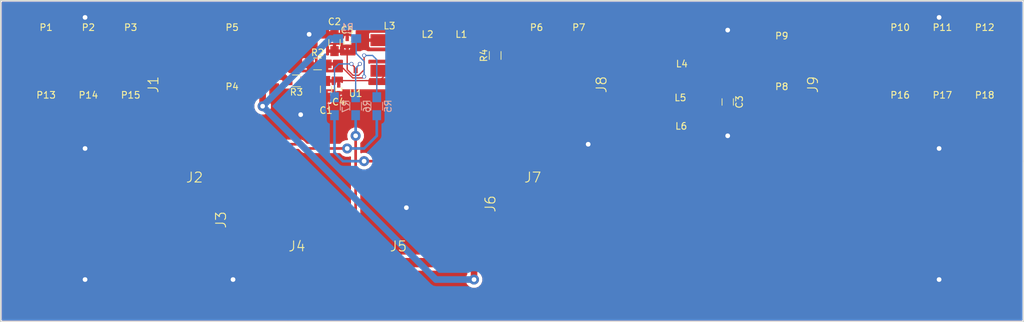
<source format=kicad_pcb>
(kicad_pcb (version 4) (host pcbnew 4.0.4-stable)

  (general
    (links 62)
    (no_connects 2)
    (area 78.639999 98.02 249.020001 142.485)
    (thickness 1.6)
    (drawings 11)
    (tracks 172)
    (zones 0)
    (modules 46)
    (nets 19)
  )

  (page A4)
  (layers
    (0 F.Cu signal)
    (31 B.Cu signal)
    (32 B.Adhes user)
    (33 F.Adhes user)
    (34 B.Paste user)
    (35 F.Paste user)
    (36 B.SilkS user hide)
    (37 F.SilkS user hide)
    (38 B.Mask user)
    (39 F.Mask user)
    (40 Dwgs.User user)
    (41 Cmts.User user)
    (42 Eco1.User user)
    (43 Eco2.User user hide)
    (44 Edge.Cuts user)
    (45 Margin user)
    (46 B.CrtYd user hide)
    (47 F.CrtYd user hide)
    (48 B.Fab user hide)
    (49 F.Fab user)
  )

  (setup
    (last_trace_width 0.4)
    (trace_clearance 0.5)
    (zone_clearance 0.1016)
    (zone_45_only no)
    (trace_min 0.2)
    (segment_width 0.2)
    (edge_width 0.15)
    (via_size 1.5)
    (via_drill 0.7)
    (via_min_size 0.4)
    (via_min_drill 0.3)
    (uvia_size 0.3)
    (uvia_drill 0.1)
    (uvias_allowed no)
    (uvia_min_size 0.2)
    (uvia_min_drill 0.1)
    (pcb_text_width 0.3)
    (pcb_text_size 1.5 1.5)
    (mod_edge_width 0.15)
    (mod_text_size 1 1)
    (mod_text_width 0.15)
    (pad_size 1.524 1.524)
    (pad_drill 0.762)
    (pad_to_mask_clearance 0.2)
    (aux_axis_origin 0 0)
    (visible_elements 7FFFFE29)
    (pcbplotparams
      (layerselection 0x00030_80000001)
      (usegerberextensions false)
      (excludeedgelayer true)
      (linewidth 0.100000)
      (plotframeref false)
      (viasonmask false)
      (mode 1)
      (useauxorigin false)
      (hpglpennumber 1)
      (hpglpenspeed 20)
      (hpglpendiameter 15)
      (hpglpenoverlay 2)
      (psnegative false)
      (psa4output false)
      (plotreference true)
      (plotvalue true)
      (plotinvisibletext false)
      (padsonsilk false)
      (subtractmaskfromsilk false)
      (outputformat 1)
      (mirror false)
      (drillshape 1)
      (scaleselection 1)
      (outputdirectory ""))
  )

  (net 0 "")
  (net 1 /VSEL_HIGH)
  (net 2 GND)
  (net 3 "Net-(C2-Pad1)")
  (net 4 "Net-(C3-Pad1)")
  (net 5 "Net-(J1-Pad1)")
  (net 6 "Net-(J2-Pad2)")
  (net 7 "Net-(J4-Pad1)")
  (net 8 "Net-(J6-Pad2)")
  (net 9 "Net-(J8-Pad2)")
  (net 10 "Net-(J9-Pad2)")
  (net 11 "Net-(L1-Pad1)")
  (net 12 "Net-(R1-Pad1)")
  (net 13 "Net-(R2-Pad2)")
  (net 14 "Net-(C1-Pad1)")
  (net 15 "Net-(J8-Pad1)")
  (net 16 "Net-(R5-Pad2)")
  (net 17 "Net-(R6-Pad2)")
  (net 18 "Net-(R7-Pad2)")

  (net_class Default "This is the default net class."
    (clearance 0.5)
    (trace_width 0.4)
    (via_dia 1.5)
    (via_drill 0.7)
    (uvia_dia 0.3)
    (uvia_drill 0.1)
    (add_net "Net-(J2-Pad2)")
    (add_net "Net-(J4-Pad1)")
    (add_net "Net-(J6-Pad2)")
  )

  (net_class BGA_connections ""
    (clearance 0.1)
    (trace_width 0.2)
    (via_dia 0.6)
    (via_drill 0.4)
    (uvia_dia 0.3)
    (uvia_drill 0.1)
    (add_net "Net-(C1-Pad1)")
    (add_net "Net-(C2-Pad1)")
    (add_net "Net-(L1-Pad1)")
    (add_net "Net-(R1-Pad1)")
    (add_net "Net-(R2-Pad2)")
    (add_net "Net-(R5-Pad2)")
    (add_net "Net-(R6-Pad2)")
    (add_net "Net-(R7-Pad2)")
  )

  (net_class Power ""
    (clearance 0.5)
    (trace_width 1)
    (via_dia 1.5)
    (via_drill 0.7)
    (uvia_dia 0.3)
    (uvia_drill 0.1)
    (add_net /VSEL_HIGH)
    (add_net GND)
    (add_net "Net-(C3-Pad1)")
    (add_net "Net-(J1-Pad1)")
    (add_net "Net-(J8-Pad1)")
    (add_net "Net-(J8-Pad2)")
    (add_net "Net-(J9-Pad2)")
  )

  (module Capacitors_SMD:C_0805_HandSoldering (layer F.Cu) (tedit 5916EE8B) (tstamp 5915AF92)
    (at 144.145 109.855 270)
    (descr "Capacitor SMD 0805, hand soldering")
    (tags "capacitor 0805")
    (path /590C4B72)
    (attr smd)
    (fp_text reference C1 (at 3.175 0 360) (layer F.SilkS)
      (effects (font (size 1 1) (thickness 0.15)))
    )
    (fp_text value 10uF (at 0 1.75 270) (layer F.Fab) hide
      (effects (font (size 1 1) (thickness 0.15)))
    )
    (fp_text user %R (at 3.175 0 360) (layer F.Fab)
      (effects (font (size 1 1) (thickness 0.15)))
    )
    (fp_line (start -1 0.62) (end -1 -0.62) (layer F.Fab) (width 0.1))
    (fp_line (start 1 0.62) (end -1 0.62) (layer F.Fab) (width 0.1))
    (fp_line (start 1 -0.62) (end 1 0.62) (layer F.Fab) (width 0.1))
    (fp_line (start -1 -0.62) (end 1 -0.62) (layer F.Fab) (width 0.1))
    (fp_line (start 0.5 -0.85) (end -0.5 -0.85) (layer F.SilkS) (width 0.12))
    (fp_line (start -0.5 0.85) (end 0.5 0.85) (layer F.SilkS) (width 0.12))
    (fp_line (start -2.25 -0.88) (end 2.25 -0.88) (layer F.CrtYd) (width 0.05))
    (fp_line (start -2.25 -0.88) (end -2.25 0.87) (layer F.CrtYd) (width 0.05))
    (fp_line (start 2.25 0.87) (end 2.25 -0.88) (layer F.CrtYd) (width 0.05))
    (fp_line (start 2.25 0.87) (end -2.25 0.87) (layer F.CrtYd) (width 0.05))
    (pad 1 smd rect (at -1.25 0 270) (size 1.5 1.25) (layers F.Cu F.Paste F.Mask)
      (net 14 "Net-(C1-Pad1)"))
    (pad 2 smd rect (at 1.25 0 270) (size 1.5 1.25) (layers F.Cu F.Paste F.Mask)
      (net 2 GND))
    (model Capacitors_SMD.3dshapes/C_0805.wrl
      (at (xyz 0 0 0))
      (scale (xyz 1 1 1))
      (rotate (xyz 0 0 0))
    )
  )

  (module Capacitors_SMD:C_0805_HandSoldering (layer F.Cu) (tedit 5916EEAC) (tstamp 5915AF98)
    (at 145.415 102.87 90)
    (descr "Capacitor SMD 0805, hand soldering")
    (tags "capacitor 0805")
    (path /590C743C)
    (attr smd)
    (fp_text reference C2 (at 3.175 0 180) (layer F.SilkS)
      (effects (font (size 1 1) (thickness 0.15)))
    )
    (fp_text value 10uF (at 0 1.75 90) (layer F.Fab) hide
      (effects (font (size 1 1) (thickness 0.15)))
    )
    (fp_text user %R (at 3.175 0 180) (layer F.Fab)
      (effects (font (size 1 1) (thickness 0.15)))
    )
    (fp_line (start -1 0.62) (end -1 -0.62) (layer F.Fab) (width 0.1))
    (fp_line (start 1 0.62) (end -1 0.62) (layer F.Fab) (width 0.1))
    (fp_line (start 1 -0.62) (end 1 0.62) (layer F.Fab) (width 0.1))
    (fp_line (start -1 -0.62) (end 1 -0.62) (layer F.Fab) (width 0.1))
    (fp_line (start 0.5 -0.85) (end -0.5 -0.85) (layer F.SilkS) (width 0.12))
    (fp_line (start -0.5 0.85) (end 0.5 0.85) (layer F.SilkS) (width 0.12))
    (fp_line (start -2.25 -0.88) (end 2.25 -0.88) (layer F.CrtYd) (width 0.05))
    (fp_line (start -2.25 -0.88) (end -2.25 0.87) (layer F.CrtYd) (width 0.05))
    (fp_line (start 2.25 0.87) (end 2.25 -0.88) (layer F.CrtYd) (width 0.05))
    (fp_line (start 2.25 0.87) (end -2.25 0.87) (layer F.CrtYd) (width 0.05))
    (pad 1 smd rect (at -1.25 0 90) (size 1.5 1.25) (layers F.Cu F.Paste F.Mask)
      (net 3 "Net-(C2-Pad1)"))
    (pad 2 smd rect (at 1.25 0 90) (size 1.5 1.25) (layers F.Cu F.Paste F.Mask)
      (net 2 GND))
    (model Capacitors_SMD.3dshapes/C_0805.wrl
      (at (xyz 0 0 0))
      (scale (xyz 1 1 1))
      (rotate (xyz 0 0 0))
    )
  )

  (module Capacitors_SMD:C_0805_HandSoldering (layer F.Cu) (tedit 58AA84A8) (tstamp 5915AF9E)
    (at 204.47 111.76 270)
    (descr "Capacitor SMD 0805, hand soldering")
    (tags "capacitor 0805")
    (path /590C77ED)
    (attr smd)
    (fp_text reference C3 (at 0 -1.75 270) (layer F.SilkS)
      (effects (font (size 1 1) (thickness 0.15)))
    )
    (fp_text value C (at 0 1.75 270) (layer F.Fab)
      (effects (font (size 1 1) (thickness 0.15)))
    )
    (fp_text user %R (at 0 -1.75 270) (layer F.Fab)
      (effects (font (size 1 1) (thickness 0.15)))
    )
    (fp_line (start -1 0.62) (end -1 -0.62) (layer F.Fab) (width 0.1))
    (fp_line (start 1 0.62) (end -1 0.62) (layer F.Fab) (width 0.1))
    (fp_line (start 1 -0.62) (end 1 0.62) (layer F.Fab) (width 0.1))
    (fp_line (start -1 -0.62) (end 1 -0.62) (layer F.Fab) (width 0.1))
    (fp_line (start 0.5 -0.85) (end -0.5 -0.85) (layer F.SilkS) (width 0.12))
    (fp_line (start -0.5 0.85) (end 0.5 0.85) (layer F.SilkS) (width 0.12))
    (fp_line (start -2.25 -0.88) (end 2.25 -0.88) (layer F.CrtYd) (width 0.05))
    (fp_line (start -2.25 -0.88) (end -2.25 0.87) (layer F.CrtYd) (width 0.05))
    (fp_line (start 2.25 0.87) (end 2.25 -0.88) (layer F.CrtYd) (width 0.05))
    (fp_line (start 2.25 0.87) (end -2.25 0.87) (layer F.CrtYd) (width 0.05))
    (pad 1 smd rect (at -1.25 0 270) (size 1.5 1.25) (layers F.Cu F.Paste F.Mask)
      (net 4 "Net-(C3-Pad1)"))
    (pad 2 smd rect (at 1.25 0 270) (size 1.5 1.25) (layers F.Cu F.Paste F.Mask)
      (net 2 GND))
    (model Capacitors_SMD.3dshapes/C_0805.wrl
      (at (xyz 0 0 0))
      (scale (xyz 1 1 1))
      (rotate (xyz 0 0 0))
    )
  )

  (module Capacitors_SMD:C_0402 (layer F.Cu) (tedit 5916EE87) (tstamp 5915AFA4)
    (at 146.05 109.855 270)
    (descr "Capacitor SMD 0402, reflow soldering, AVX (see smccp.pdf)")
    (tags "capacitor 0402")
    (path /59160215)
    (attr smd)
    (fp_text reference C4 (at 1.905 0 360) (layer F.SilkS)
      (effects (font (size 1 1) (thickness 0.15)))
    )
    (fp_text value 4.7uF (at 0 1.27 270) (layer F.Fab) hide
      (effects (font (size 1 1) (thickness 0.15)))
    )
    (fp_text user %R (at 1.905 0 360) (layer F.Fab)
      (effects (font (size 1 1) (thickness 0.15)))
    )
    (fp_line (start -0.5 0.25) (end -0.5 -0.25) (layer F.Fab) (width 0.1))
    (fp_line (start 0.5 0.25) (end -0.5 0.25) (layer F.Fab) (width 0.1))
    (fp_line (start 0.5 -0.25) (end 0.5 0.25) (layer F.Fab) (width 0.1))
    (fp_line (start -0.5 -0.25) (end 0.5 -0.25) (layer F.Fab) (width 0.1))
    (fp_line (start 0.25 -0.47) (end -0.25 -0.47) (layer F.SilkS) (width 0.12))
    (fp_line (start -0.25 0.47) (end 0.25 0.47) (layer F.SilkS) (width 0.12))
    (fp_line (start -1 -0.4) (end 1 -0.4) (layer F.CrtYd) (width 0.05))
    (fp_line (start -1 -0.4) (end -1 0.4) (layer F.CrtYd) (width 0.05))
    (fp_line (start 1 0.4) (end 1 -0.4) (layer F.CrtYd) (width 0.05))
    (fp_line (start 1 0.4) (end -1 0.4) (layer F.CrtYd) (width 0.05))
    (pad 1 smd rect (at -0.55 0 270) (size 0.6 0.5) (layers F.Cu F.Paste F.Mask)
      (net 14 "Net-(C1-Pad1)"))
    (pad 2 smd rect (at 0.55 0 270) (size 0.6 0.5) (layers F.Cu F.Paste F.Mask)
      (net 2 GND))
    (model Capacitors_SMD.3dshapes/C_0402.wrl
      (at (xyz 0 0 0))
      (scale (xyz 1 1 1))
      (rotate (xyz 0 0 0))
    )
  )

  (module Capacitors_SMD:C_0402 (layer F.Cu) (tedit 5916EEB7) (tstamp 5915AFAA)
    (at 147.32 102.87 90)
    (descr "Capacitor SMD 0402, reflow soldering, AVX (see smccp.pdf)")
    (tags "capacitor 0402")
    (path /59161F35)
    (attr smd)
    (fp_text reference C5 (at 1.905 0 180) (layer F.SilkS)
      (effects (font (size 1 1) (thickness 0.15)))
    )
    (fp_text value 47uF (at 0 1.27 90) (layer F.Fab) hide
      (effects (font (size 1 1) (thickness 0.15)))
    )
    (fp_text user %R (at 1.905 0 180) (layer F.Fab)
      (effects (font (size 1 1) (thickness 0.15)))
    )
    (fp_line (start -0.5 0.25) (end -0.5 -0.25) (layer F.Fab) (width 0.1))
    (fp_line (start 0.5 0.25) (end -0.5 0.25) (layer F.Fab) (width 0.1))
    (fp_line (start 0.5 -0.25) (end 0.5 0.25) (layer F.Fab) (width 0.1))
    (fp_line (start -0.5 -0.25) (end 0.5 -0.25) (layer F.Fab) (width 0.1))
    (fp_line (start 0.25 -0.47) (end -0.25 -0.47) (layer F.SilkS) (width 0.12))
    (fp_line (start -0.25 0.47) (end 0.25 0.47) (layer F.SilkS) (width 0.12))
    (fp_line (start -1 -0.4) (end 1 -0.4) (layer F.CrtYd) (width 0.05))
    (fp_line (start -1 -0.4) (end -1 0.4) (layer F.CrtYd) (width 0.05))
    (fp_line (start 1 0.4) (end 1 -0.4) (layer F.CrtYd) (width 0.05))
    (fp_line (start 1 0.4) (end -1 0.4) (layer F.CrtYd) (width 0.05))
    (pad 1 smd rect (at -0.55 0 90) (size 0.6 0.5) (layers F.Cu F.Paste F.Mask)
      (net 3 "Net-(C2-Pad1)"))
    (pad 2 smd rect (at 0.55 0 90) (size 0.6 0.5) (layers F.Cu F.Paste F.Mask)
      (net 2 GND))
    (model Capacitors_SMD.3dshapes/C_0402.wrl
      (at (xyz 0 0 0))
      (scale (xyz 1 1 1))
      (rotate (xyz 0 0 0))
    )
  )

  (module custom_connectors:proto_header-vt-1x2-2.54mm-G_C__SABN_M30 (layer F.Cu) (tedit 58B0587B) (tstamp 5915AFB0)
    (at 121.92 107.95)
    (descr "1x2 pin SMD header, G_C_ _SABN-M30, Male, Vertical, Unshrouded, Pitch = 2.54 mm, Pad WxH = 1.4x6.4mm")
    (tags CONN)
    (path /590C4AAA)
    (fp_text reference J1 (at -3.72 1.2 90) (layer F.SilkS)
      (effects (font (size 1.5 1.5) (thickness 0.15)))
    )
    (fp_text value TEST (at 3.55 1.03 90) (layer F.Fab)
      (effects (font (size 1 1) (thickness 0.15)))
    )
    (fp_line (start -2.54 -4.06) (end 2.54 -4.06) (layer Eco1.User) (width 0.15))
    (fp_line (start 2.54 -4.06) (end 2.54 4.07) (layer Eco1.User) (width 0.15))
    (fp_line (start 2.54 4.07) (end -2.54 4.07) (layer Eco1.User) (width 0.15))
    (fp_line (start -2.54 4.07) (end -2.54 -4.06) (layer Eco1.User) (width 0.15))
    (pad 1 smd rect (at -1.27 -2.56) (size 1.4 6.4) (layers F.Cu F.Paste F.Mask Eco1.User)
      (net 5 "Net-(J1-Pad1)"))
    (pad 2 smd rect (at 1.27 2.56) (size 1.4 6.4) (layers F.Cu F.Paste F.Mask Eco1.User)
      (net 1 /VSEL_HIGH))
  )

  (module custom_connectors:proto_header-vt-1x2-2.54mm-G_C__SABN_M30 (layer F.Cu) (tedit 58B0587B) (tstamp 5915AFB6)
    (at 123.19 119.38 90)
    (descr "1x2 pin SMD header, G_C_ _SABN-M30, Male, Vertical, Unshrouded, Pitch = 2.54 mm, Pad WxH = 1.4x6.4mm")
    (tags CONN)
    (path /590C50B8)
    (fp_text reference J2 (at -3.72 1.2 180) (layer F.SilkS)
      (effects (font (size 1.5 1.5) (thickness 0.15)))
    )
    (fp_text value VSEL1_HIGH (at 3.55 1.03 180) (layer F.Fab)
      (effects (font (size 1 1) (thickness 0.15)))
    )
    (fp_line (start -2.54 -4.06) (end 2.54 -4.06) (layer Eco1.User) (width 0.15))
    (fp_line (start 2.54 -4.06) (end 2.54 4.07) (layer Eco1.User) (width 0.15))
    (fp_line (start 2.54 4.07) (end -2.54 4.07) (layer Eco1.User) (width 0.15))
    (fp_line (start -2.54 4.07) (end -2.54 -4.06) (layer Eco1.User) (width 0.15))
    (pad 1 smd rect (at -1.27 -2.56 90) (size 1.4 6.4) (layers F.Cu F.Paste F.Mask Eco1.User)
      (net 1 /VSEL_HIGH))
    (pad 2 smd rect (at 1.27 2.56 90) (size 1.4 6.4) (layers F.Cu F.Paste F.Mask Eco1.User)
      (net 6 "Net-(J2-Pad2)"))
  )

  (module custom_connectors:proto_header-vt-1x2-2.54mm-G_C__SABN_M30 (layer F.Cu) (tedit 58B0587B) (tstamp 5915AFBC)
    (at 132.08 128.27)
    (descr "1x2 pin SMD header, G_C_ _SABN-M30, Male, Vertical, Unshrouded, Pitch = 2.54 mm, Pad WxH = 1.4x6.4mm")
    (tags CONN)
    (path /590C5271)
    (fp_text reference J3 (at -3.72 1.2 90) (layer F.SilkS)
      (effects (font (size 1.5 1.5) (thickness 0.15)))
    )
    (fp_text value VSEL1_LOW (at 3.55 1.03 90) (layer F.Fab)
      (effects (font (size 1 1) (thickness 0.15)))
    )
    (fp_line (start -2.54 -4.06) (end 2.54 -4.06) (layer Eco1.User) (width 0.15))
    (fp_line (start 2.54 -4.06) (end 2.54 4.07) (layer Eco1.User) (width 0.15))
    (fp_line (start 2.54 4.07) (end -2.54 4.07) (layer Eco1.User) (width 0.15))
    (fp_line (start -2.54 4.07) (end -2.54 -4.06) (layer Eco1.User) (width 0.15))
    (pad 1 smd rect (at -1.27 -2.56) (size 1.4 6.4) (layers F.Cu F.Paste F.Mask Eco1.User)
      (net 6 "Net-(J2-Pad2)"))
    (pad 2 smd rect (at 1.27 2.56) (size 1.4 6.4) (layers F.Cu F.Paste F.Mask Eco1.User)
      (net 2 GND))
  )

  (module custom_connectors:proto_header-vt-1x2-2.54mm-G_C__SABN_M30 (layer F.Cu) (tedit 58B0587B) (tstamp 5915AFC2)
    (at 140.97 137.16 270)
    (descr "1x2 pin SMD header, G_C_ _SABN-M30, Male, Vertical, Unshrouded, Pitch = 2.54 mm, Pad WxH = 1.4x6.4mm")
    (tags CONN)
    (path /590C52AB)
    (fp_text reference J4 (at -3.72 1.2 360) (layer F.SilkS)
      (effects (font (size 1.5 1.5) (thickness 0.15)))
    )
    (fp_text value VSEL2_LOW (at 3.55 1.03 360) (layer F.Fab)
      (effects (font (size 1 1) (thickness 0.15)))
    )
    (fp_line (start -2.54 -4.06) (end 2.54 -4.06) (layer Eco1.User) (width 0.15))
    (fp_line (start 2.54 -4.06) (end 2.54 4.07) (layer Eco1.User) (width 0.15))
    (fp_line (start 2.54 4.07) (end -2.54 4.07) (layer Eco1.User) (width 0.15))
    (fp_line (start -2.54 4.07) (end -2.54 -4.06) (layer Eco1.User) (width 0.15))
    (pad 1 smd rect (at -1.27 -2.56 270) (size 1.4 6.4) (layers F.Cu F.Paste F.Mask Eco1.User)
      (net 7 "Net-(J4-Pad1)"))
    (pad 2 smd rect (at 1.27 2.56 270) (size 1.4 6.4) (layers F.Cu F.Paste F.Mask Eco1.User)
      (net 2 GND))
  )

  (module custom_connectors:proto_header-vt-1x2-2.54mm-G_C__SABN_M30 (layer F.Cu) (tedit 58B0587B) (tstamp 5915AFC8)
    (at 156.21 137.16 270)
    (descr "1x2 pin SMD header, G_C_ _SABN-M30, Male, Vertical, Unshrouded, Pitch = 2.54 mm, Pad WxH = 1.4x6.4mm")
    (tags CONN)
    (path /590C5303)
    (fp_text reference J5 (at -3.72 1.2 360) (layer F.SilkS)
      (effects (font (size 1.5 1.5) (thickness 0.15)))
    )
    (fp_text value VSEL2_HIGH (at 3.55 1.03 360) (layer F.Fab)
      (effects (font (size 1 1) (thickness 0.15)))
    )
    (fp_line (start -2.54 -4.06) (end 2.54 -4.06) (layer Eco1.User) (width 0.15))
    (fp_line (start 2.54 -4.06) (end 2.54 4.07) (layer Eco1.User) (width 0.15))
    (fp_line (start 2.54 4.07) (end -2.54 4.07) (layer Eco1.User) (width 0.15))
    (fp_line (start -2.54 4.07) (end -2.54 -4.06) (layer Eco1.User) (width 0.15))
    (pad 1 smd rect (at -1.27 -2.56 270) (size 1.4 6.4) (layers F.Cu F.Paste F.Mask Eco1.User)
      (net 1 /VSEL_HIGH))
    (pad 2 smd rect (at 1.27 2.56 270) (size 1.4 6.4) (layers F.Cu F.Paste F.Mask Eco1.User)
      (net 7 "Net-(J4-Pad1)"))
  )

  (module custom_connectors:proto_header-vt-1x2-2.54mm-G_C__SABN_M30 (layer F.Cu) (tedit 58B0587B) (tstamp 5915AFCE)
    (at 165.1 128.27 180)
    (descr "1x2 pin SMD header, G_C_ _SABN-M30, Male, Vertical, Unshrouded, Pitch = 2.54 mm, Pad WxH = 1.4x6.4mm")
    (tags CONN)
    (path /590C533F)
    (fp_text reference J6 (at -3.72 1.2 270) (layer F.SilkS)
      (effects (font (size 1.5 1.5) (thickness 0.15)))
    )
    (fp_text value VSEL3_HIGH (at 3.55 1.03 270) (layer F.Fab)
      (effects (font (size 1 1) (thickness 0.15)))
    )
    (fp_line (start -2.54 -4.06) (end 2.54 -4.06) (layer Eco1.User) (width 0.15))
    (fp_line (start 2.54 -4.06) (end 2.54 4.07) (layer Eco1.User) (width 0.15))
    (fp_line (start 2.54 4.07) (end -2.54 4.07) (layer Eco1.User) (width 0.15))
    (fp_line (start -2.54 4.07) (end -2.54 -4.06) (layer Eco1.User) (width 0.15))
    (pad 1 smd rect (at -1.27 -2.56 180) (size 1.4 6.4) (layers F.Cu F.Paste F.Mask Eco1.User)
      (net 1 /VSEL_HIGH))
    (pad 2 smd rect (at 1.27 2.56 180) (size 1.4 6.4) (layers F.Cu F.Paste F.Mask Eco1.User)
      (net 8 "Net-(J6-Pad2)"))
  )

  (module custom_connectors:proto_header-vt-1x2-2.54mm-G_C__SABN_M30 (layer F.Cu) (tedit 58B0587B) (tstamp 5915AFD4)
    (at 173.99 119.38 90)
    (descr "1x2 pin SMD header, G_C_ _SABN-M30, Male, Vertical, Unshrouded, Pitch = 2.54 mm, Pad WxH = 1.4x6.4mm")
    (tags CONN)
    (path /590C5386)
    (fp_text reference J7 (at -3.72 1.2 180) (layer F.SilkS)
      (effects (font (size 1.5 1.5) (thickness 0.15)))
    )
    (fp_text value VSEL3_LOW (at 3.55 1.03 180) (layer F.Fab)
      (effects (font (size 1 1) (thickness 0.15)))
    )
    (fp_line (start -2.54 -4.06) (end 2.54 -4.06) (layer Eco1.User) (width 0.15))
    (fp_line (start 2.54 -4.06) (end 2.54 4.07) (layer Eco1.User) (width 0.15))
    (fp_line (start 2.54 4.07) (end -2.54 4.07) (layer Eco1.User) (width 0.15))
    (fp_line (start -2.54 4.07) (end -2.54 -4.06) (layer Eco1.User) (width 0.15))
    (pad 1 smd rect (at -1.27 -2.56 90) (size 1.4 6.4) (layers F.Cu F.Paste F.Mask Eco1.User)
      (net 8 "Net-(J6-Pad2)"))
    (pad 2 smd rect (at 1.27 2.56 90) (size 1.4 6.4) (layers F.Cu F.Paste F.Mask Eco1.User)
      (net 2 GND))
  )

  (module custom_connectors:proto_header-vt-1x2-2.54mm-G_C__SABN_M30 (layer F.Cu) (tedit 58B0587B) (tstamp 5915AFDA)
    (at 189.23 107.95)
    (descr "1x2 pin SMD header, G_C_ _SABN-M30, Male, Vertical, Unshrouded, Pitch = 2.54 mm, Pad WxH = 1.4x6.4mm")
    (tags CONN)
    (path /590D5E25)
    (fp_text reference J8 (at -3.72 1.2 90) (layer F.SilkS)
      (effects (font (size 1.5 1.5) (thickness 0.15)))
    )
    (fp_text value TEST (at 3.55 1.03 90) (layer F.Fab)
      (effects (font (size 1 1) (thickness 0.15)))
    )
    (fp_line (start -2.54 -4.06) (end 2.54 -4.06) (layer Eco1.User) (width 0.15))
    (fp_line (start 2.54 -4.06) (end 2.54 4.07) (layer Eco1.User) (width 0.15))
    (fp_line (start 2.54 4.07) (end -2.54 4.07) (layer Eco1.User) (width 0.15))
    (fp_line (start -2.54 4.07) (end -2.54 -4.06) (layer Eco1.User) (width 0.15))
    (pad 1 smd rect (at -1.27 -2.56) (size 1.4 6.4) (layers F.Cu F.Paste F.Mask Eco1.User)
      (net 15 "Net-(J8-Pad1)"))
    (pad 2 smd rect (at 1.27 2.56) (size 1.4 6.4) (layers F.Cu F.Paste F.Mask Eco1.User)
      (net 9 "Net-(J8-Pad2)"))
  )

  (module custom_connectors:proto_header-vt-1x2-2.54mm-G_C__SABN_M30 (layer F.Cu) (tedit 58B0587B) (tstamp 5915AFE0)
    (at 220.98 107.95)
    (descr "1x2 pin SMD header, G_C_ _SABN-M30, Male, Vertical, Unshrouded, Pitch = 2.54 mm, Pad WxH = 1.4x6.4mm")
    (tags CONN)
    (path /590C9543)
    (fp_text reference J9 (at -3.72 1.2 90) (layer F.SilkS)
      (effects (font (size 1.5 1.5) (thickness 0.15)))
    )
    (fp_text value TEST (at 3.55 1.03 90) (layer F.Fab)
      (effects (font (size 1 1) (thickness 0.15)))
    )
    (fp_line (start -2.54 -4.06) (end 2.54 -4.06) (layer Eco1.User) (width 0.15))
    (fp_line (start 2.54 -4.06) (end 2.54 4.07) (layer Eco1.User) (width 0.15))
    (fp_line (start 2.54 4.07) (end -2.54 4.07) (layer Eco1.User) (width 0.15))
    (fp_line (start -2.54 4.07) (end -2.54 -4.06) (layer Eco1.User) (width 0.15))
    (pad 1 smd rect (at -1.27 -2.56) (size 1.4 6.4) (layers F.Cu F.Paste F.Mask Eco1.User)
      (net 4 "Net-(C3-Pad1)"))
    (pad 2 smd rect (at 1.27 2.56) (size 1.4 6.4) (layers F.Cu F.Paste F.Mask Eco1.User)
      (net 10 "Net-(J9-Pad2)"))
  )

  (module custom_inductors:proto_inductor-WE_74404043100A_455x360 (layer F.Cu) (tedit 5916EE55) (tstamp 5915AFEA)
    (at 164.465 104.775 90)
    (path /590D7A6C)
    (fp_text reference L1 (at 3.175 0 180) (layer F.SilkS)
      (effects (font (size 1 1) (thickness 0.15)))
    )
    (fp_text value L_Small (at 0 -3.81 90) (layer F.Fab) hide
      (effects (font (size 1 1) (thickness 0.15)))
    )
    (fp_line (start -2 -2) (end -2 2) (layer Eco1.User) (width 0.15))
    (fp_line (start -2 2) (end 2 2) (layer Eco1.User) (width 0.15))
    (fp_line (start 2 2) (end 2 -2) (layer Eco1.User) (width 0.15))
    (fp_line (start 2 -2) (end -2 -2) (layer Eco1.User) (width 0.15))
    (pad 1 smd rect (at -1.525 0 90) (size 1.5 3.6) (layers F.Cu F.Paste F.Mask)
      (net 11 "Net-(L1-Pad1)"))
    (pad 2 smd rect (at 1.525 0.01 90) (size 1.5 3.6) (layers F.Cu F.Paste F.Mask)
      (net 3 "Net-(C2-Pad1)"))
  )

  (module custom_inductors:proto_inductor-smd_1210 (layer F.Cu) (tedit 5916EE51) (tstamp 5915AFF0)
    (at 159.385 104.775 90)
    (path /590D79FB)
    (fp_text reference L2 (at 3.175 0 180) (layer F.SilkS)
      (effects (font (size 1 1) (thickness 0.15)))
    )
    (fp_text value L_Small (at -6.985 2.54 90) (layer F.Fab) hide
      (effects (font (size 1 1) (thickness 0.15)))
    )
    (pad 2 smd rect (at 1.275 0 90) (size 0.85 2.7) (layers F.Cu F.Paste F.Mask)
      (net 3 "Net-(C2-Pad1)"))
    (pad 1 smd rect (at -1.275 0 90) (size 0.85 2.7) (layers F.Cu F.Paste F.Mask)
      (net 11 "Net-(L1-Pad1)"))
  )

  (module custom_inductors:proto_inductor-WE_74404064220_640x570 (layer F.Cu) (tedit 5916EE65) (tstamp 5915AFFA)
    (at 153.67 104.775 90)
    (path /590C658D)
    (fp_text reference L3 (at 4.445 0 180) (layer F.SilkS)
      (effects (font (size 1 1) (thickness 0.15)))
    )
    (fp_text value L_Small (at 0 -3.81 90) (layer F.Fab) hide
      (effects (font (size 1 1) (thickness 0.15)))
    )
    (fp_line (start -3 3) (end -3 -3) (layer Eco1.User) (width 0.15))
    (fp_line (start -3 -3) (end 3 -3) (layer Eco1.User) (width 0.15))
    (fp_line (start 3 -3) (end 3 3) (layer Eco1.User) (width 0.15))
    (fp_line (start 3 3) (end -3 3) (layer Eco1.User) (width 0.15))
    (pad 2 smd rect (at 2.3 0 90) (size 1.8 5.7) (layers F.Cu F.Paste F.Mask)
      (net 3 "Net-(C2-Pad1)"))
    (pad 1 smd rect (at -2.3 0 90) (size 1.8 5.7) (layers F.Cu F.Paste F.Mask)
      (net 11 "Net-(L1-Pad1)"))
  )

  (module custom_inductors:proto_inductor-smd_1008 (layer F.Cu) (tedit 5916F0EA) (tstamp 5915B000)
    (at 197.485 104.14)
    (path /590C775B)
    (fp_text reference L4 (at 0.1 1.9) (layer F.SilkS)
      (effects (font (size 1 1) (thickness 0.15)))
    )
    (fp_text value L_Small (at 0 -2) (layer F.Fab) hide
      (effects (font (size 1 1) (thickness 0.15)))
    )
    (pad 2 smd rect (at 1.275 0) (size 1.2 1.75) (layers F.Cu F.Paste F.Mask)
      (net 4 "Net-(C3-Pad1)"))
    (pad 1 smd rect (at -1.275 0) (size 1.2 1.75) (layers F.Cu F.Paste F.Mask)
      (net 9 "Net-(J8-Pad2)"))
  )

  (module custom_inductors:proto_inductor-smd_0805 (layer F.Cu) (tedit 5916F0EF) (tstamp 5915B006)
    (at 197.358 107.95)
    (path /590C763A)
    (fp_text reference L5 (at 0 3.175) (layer F.SilkS)
      (effects (font (size 1 1) (thickness 0.15)))
    )
    (fp_text value L_Small (at 0 -3.175) (layer F.Fab) hide
      (effects (font (size 1 1) (thickness 0.15)))
    )
    (pad 2 smd rect (at 0.9 0) (size 0.8 1.2) (layers F.Cu F.Paste F.Mask)
      (net 4 "Net-(C3-Pad1)"))
    (pad 1 smd rect (at -0.9 0) (size 0.8 1.2) (layers F.Cu F.Paste F.Mask)
      (net 9 "Net-(J8-Pad2)"))
  )

  (module custom_inductors:proto_inductor-smd_1210 (layer F.Cu) (tedit 5916F0F2) (tstamp 5915B00C)
    (at 197.485 112.395)
    (path /590C7710)
    (fp_text reference L6 (at 0 3) (layer F.SilkS)
      (effects (font (size 1 1) (thickness 0.15)))
    )
    (fp_text value L_Small (at 0 -3) (layer F.Fab) hide
      (effects (font (size 1 1) (thickness 0.15)))
    )
    (pad 2 smd rect (at 1.275 0) (size 0.85 2.7) (layers F.Cu F.Paste F.Mask)
      (net 4 "Net-(C3-Pad1)"))
    (pad 1 smd rect (at -1.275 0) (size 0.85 2.7) (layers F.Cu F.Paste F.Mask)
      (net 9 "Net-(J8-Pad2)"))
  )

  (module custom_connectors:proto_pad-square-3mm (layer F.Cu) (tedit 58B01219) (tstamp 5915B011)
    (at 101.6 102.87)
    (descr "3 mm square SMD Pad e.g. for soldering wires ")
    (tags CONN)
    (path /590CB2A7)
    (fp_text reference P1 (at 0.5 -2.3) (layer F.SilkS)
      (effects (font (size 1 1) (thickness 0.15)))
    )
    (fp_text value VIN (at 0.1 2.1) (layer F.Fab)
      (effects (font (size 0.5 0.5) (thickness 0.1)))
    )
    (pad 1 smd rect (at 0 0) (size 3 3) (layers F.Cu F.Paste F.Mask)
      (net 5 "Net-(J1-Pad1)"))
  )

  (module custom_connectors:proto_pad-square-3mm (layer F.Cu) (tedit 58B01219) (tstamp 5915B016)
    (at 107.95 102.87)
    (descr "3 mm square SMD Pad e.g. for soldering wires ")
    (tags CONN)
    (path /590C498D)
    (fp_text reference P2 (at 0.5 -2.3) (layer F.SilkS)
      (effects (font (size 1 1) (thickness 0.15)))
    )
    (fp_text value VIN (at 0.1 2.1) (layer F.Fab)
      (effects (font (size 0.5 0.5) (thickness 0.1)))
    )
    (pad 1 smd rect (at 0 0) (size 3 3) (layers F.Cu F.Paste F.Mask)
      (net 5 "Net-(J1-Pad1)"))
  )

  (module custom_connectors:proto_pad-square-3mm (layer F.Cu) (tedit 58B01219) (tstamp 5915B01B)
    (at 114.3 102.87)
    (descr "3 mm square SMD Pad e.g. for soldering wires ")
    (tags CONN)
    (path /590C4A50)
    (fp_text reference P3 (at 0.5 -2.3) (layer F.SilkS)
      (effects (font (size 1 1) (thickness 0.15)))
    )
    (fp_text value VIN (at 0.1 2.1) (layer F.Fab)
      (effects (font (size 0.5 0.5) (thickness 0.1)))
    )
    (pad 1 smd rect (at 0 0) (size 3 3) (layers F.Cu F.Paste F.Mask)
      (net 5 "Net-(J1-Pad1)"))
  )

  (module custom_connectors:proto_pad-square-3mm (layer F.Cu) (tedit 58B01219) (tstamp 5915B020)
    (at 129.54 111.76)
    (descr "3 mm square SMD Pad e.g. for soldering wires ")
    (tags CONN)
    (path /590C4AE4)
    (fp_text reference P4 (at 0.5 -2.3) (layer F.SilkS)
      (effects (font (size 1 1) (thickness 0.15)))
    )
    (fp_text value TEST_VIN_1 (at 0.1 2.1) (layer F.Fab)
      (effects (font (size 0.5 0.5) (thickness 0.1)))
    )
    (pad 1 smd rect (at 0 0) (size 3 3) (layers F.Cu F.Paste F.Mask)
      (net 1 /VSEL_HIGH))
  )

  (module custom_connectors:proto_pad-square-3mm (layer F.Cu) (tedit 58B01219) (tstamp 5915B025)
    (at 129.54 102.87)
    (descr "3 mm square SMD Pad e.g. for soldering wires ")
    (tags CONN)
    (path /590CB325)
    (fp_text reference P5 (at 0.5 -2.3) (layer F.SilkS)
      (effects (font (size 1 1) (thickness 0.15)))
    )
    (fp_text value TEST_VIN_1 (at 0.1 2.1) (layer F.Fab)
      (effects (font (size 0.5 0.5) (thickness 0.1)))
    )
    (pad 1 smd rect (at 0 0) (size 3 3) (layers F.Cu F.Paste F.Mask)
      (net 1 /VSEL_HIGH))
  )

  (module custom_connectors:proto_pad-square-3mm (layer F.Cu) (tedit 58B01219) (tstamp 5915B02A)
    (at 175.26 102.87)
    (descr "3 mm square SMD Pad e.g. for soldering wires ")
    (tags CONN)
    (path /590D6408)
    (fp_text reference P6 (at 0.5 -2.3) (layer F.SilkS)
      (effects (font (size 1 1) (thickness 0.15)))
    )
    (fp_text value VOUT_TEST_1_1 (at 0.1 2.1) (layer F.Fab)
      (effects (font (size 0.5 0.5) (thickness 0.1)))
    )
    (pad 1 smd rect (at 0 0) (size 3 3) (layers F.Cu F.Paste F.Mask)
      (net 15 "Net-(J8-Pad1)"))
  )

  (module custom_connectors:proto_pad-square-3mm (layer F.Cu) (tedit 58B01219) (tstamp 5915B02F)
    (at 181.61 102.87)
    (descr "3 mm square SMD Pad e.g. for soldering wires ")
    (tags CONN)
    (path /590D60F1)
    (fp_text reference P7 (at 0.5 -2.3) (layer F.SilkS)
      (effects (font (size 1 1) (thickness 0.15)))
    )
    (fp_text value VOUT_TEST_1_2 (at 0.1 2.1) (layer F.Fab)
      (effects (font (size 0.5 0.5) (thickness 0.1)))
    )
    (pad 1 smd rect (at 0 0) (size 3 3) (layers F.Cu F.Paste F.Mask)
      (net 15 "Net-(J8-Pad1)"))
  )

  (module custom_connectors:proto_pad-square-3mm (layer F.Cu) (tedit 58B01219) (tstamp 5915B034)
    (at 212.09 111.76)
    (descr "3 mm square SMD Pad e.g. for soldering wires ")
    (tags CONN)
    (path /590CB77A)
    (fp_text reference P8 (at 0.5 -2.3) (layer F.SilkS)
      (effects (font (size 1 1) (thickness 0.15)))
    )
    (fp_text value TEST_VOUT_2_1 (at 0.1 2.1) (layer F.Fab)
      (effects (font (size 0.5 0.5) (thickness 0.1)))
    )
    (pad 1 smd rect (at 0 0) (size 3 3) (layers F.Cu F.Paste F.Mask)
      (net 4 "Net-(C3-Pad1)"))
  )

  (module custom_connectors:proto_pad-square-3mm (layer F.Cu) (tedit 58B01219) (tstamp 5915B039)
    (at 212.09 104.14)
    (descr "3 mm square SMD Pad e.g. for soldering wires ")
    (tags CONN)
    (path /590C91EB)
    (fp_text reference P9 (at 0.5 -2.3) (layer F.SilkS)
      (effects (font (size 1 1) (thickness 0.15)))
    )
    (fp_text value TEST_VOUT_2_2 (at 0.1 2.1) (layer F.Fab)
      (effects (font (size 0.5 0.5) (thickness 0.1)))
    )
    (pad 1 smd rect (at 0 0) (size 3 3) (layers F.Cu F.Paste F.Mask)
      (net 4 "Net-(C3-Pad1)"))
  )

  (module custom_connectors:proto_pad-square-3mm (layer F.Cu) (tedit 58B01219) (tstamp 5915B03E)
    (at 229.87 102.87)
    (descr "3 mm square SMD Pad e.g. for soldering wires ")
    (tags CONN)
    (path /590C9E35)
    (fp_text reference P10 (at 0.5 -2.3) (layer F.SilkS)
      (effects (font (size 1 1) (thickness 0.15)))
    )
    (fp_text value VOUT (at 0.1 2.1) (layer F.Fab)
      (effects (font (size 0.5 0.5) (thickness 0.1)))
    )
    (pad 1 smd rect (at 0 0) (size 3 3) (layers F.Cu F.Paste F.Mask)
      (net 10 "Net-(J9-Pad2)"))
  )

  (module custom_connectors:proto_pad-square-3mm (layer F.Cu) (tedit 58B01219) (tstamp 5915B043)
    (at 236.22 102.87)
    (descr "3 mm square SMD Pad e.g. for soldering wires ")
    (tags CONN)
    (path /590C9FA4)
    (fp_text reference P11 (at 0.5 -2.3) (layer F.SilkS)
      (effects (font (size 1 1) (thickness 0.15)))
    )
    (fp_text value VOUT (at 0.1 2.1) (layer F.Fab)
      (effects (font (size 0.5 0.5) (thickness 0.1)))
    )
    (pad 1 smd rect (at 0 0) (size 3 3) (layers F.Cu F.Paste F.Mask)
      (net 10 "Net-(J9-Pad2)"))
  )

  (module custom_connectors:proto_pad-square-3mm (layer F.Cu) (tedit 58B01219) (tstamp 5915B048)
    (at 242.57 102.87)
    (descr "3 mm square SMD Pad e.g. for soldering wires ")
    (tags CONN)
    (path /590CBAEA)
    (fp_text reference P12 (at 0.5 -2.3) (layer F.SilkS)
      (effects (font (size 1 1) (thickness 0.15)))
    )
    (fp_text value VOUT (at 0.1 2.1) (layer F.Fab)
      (effects (font (size 0.5 0.5) (thickness 0.1)))
    )
    (pad 1 smd rect (at 0 0) (size 3 3) (layers F.Cu F.Paste F.Mask)
      (net 10 "Net-(J9-Pad2)"))
  )

  (module custom_connectors:proto_pad-square-3mm (layer F.Cu) (tedit 58B01219) (tstamp 5915B04D)
    (at 101.6 113.03)
    (descr "3 mm square SMD Pad e.g. for soldering wires ")
    (tags CONN)
    (path /591591C4)
    (fp_text reference P13 (at 0.5 -2.3) (layer F.SilkS)
      (effects (font (size 1 1) (thickness 0.15)))
    )
    (fp_text value GND (at 0.1 2.1) (layer F.Fab)
      (effects (font (size 0.5 0.5) (thickness 0.1)))
    )
    (pad 1 smd rect (at 0 0) (size 3 3) (layers F.Cu F.Paste F.Mask)
      (net 2 GND))
  )

  (module custom_connectors:proto_pad-square-3mm (layer F.Cu) (tedit 58B01219) (tstamp 5915B052)
    (at 107.95 113.03)
    (descr "3 mm square SMD Pad e.g. for soldering wires ")
    (tags CONN)
    (path /5915912C)
    (fp_text reference P14 (at 0.5 -2.3) (layer F.SilkS)
      (effects (font (size 1 1) (thickness 0.15)))
    )
    (fp_text value GND (at 0.1 2.1) (layer F.Fab)
      (effects (font (size 0.5 0.5) (thickness 0.1)))
    )
    (pad 1 smd rect (at 0 0) (size 3 3) (layers F.Cu F.Paste F.Mask)
      (net 2 GND))
  )

  (module custom_connectors:proto_pad-square-3mm (layer F.Cu) (tedit 58B01219) (tstamp 5915B057)
    (at 114.3 113.03)
    (descr "3 mm square SMD Pad e.g. for soldering wires ")
    (tags CONN)
    (path /5915924B)
    (fp_text reference P15 (at 0.5 -2.3) (layer F.SilkS)
      (effects (font (size 1 1) (thickness 0.15)))
    )
    (fp_text value GND (at 0.1 2.1) (layer F.Fab)
      (effects (font (size 0.5 0.5) (thickness 0.1)))
    )
    (pad 1 smd rect (at 0 0) (size 3 3) (layers F.Cu F.Paste F.Mask)
      (net 2 GND))
  )

  (module custom_connectors:proto_pad-square-3mm (layer F.Cu) (tedit 58B01219) (tstamp 5915B05C)
    (at 229.87 113.03)
    (descr "3 mm square SMD Pad e.g. for soldering wires ")
    (tags CONN)
    (path /59157995)
    (fp_text reference P16 (at 0.5 -2.3) (layer F.SilkS)
      (effects (font (size 1 1) (thickness 0.15)))
    )
    (fp_text value GND (at 0.1 2.1) (layer F.Fab)
      (effects (font (size 0.5 0.5) (thickness 0.1)))
    )
    (pad 1 smd rect (at 0 0) (size 3 3) (layers F.Cu F.Paste F.Mask)
      (net 2 GND))
  )

  (module custom_connectors:proto_pad-square-3mm (layer F.Cu) (tedit 58B01219) (tstamp 5915B061)
    (at 236.22 113.03)
    (descr "3 mm square SMD Pad e.g. for soldering wires ")
    (tags CONN)
    (path /59157B32)
    (fp_text reference P17 (at 0.5 -2.3) (layer F.SilkS)
      (effects (font (size 1 1) (thickness 0.15)))
    )
    (fp_text value GND (at 0.1 2.1) (layer F.Fab)
      (effects (font (size 0.5 0.5) (thickness 0.1)))
    )
    (pad 1 smd rect (at 0 0) (size 3 3) (layers F.Cu F.Paste F.Mask)
      (net 2 GND))
  )

  (module custom_connectors:proto_pad-square-3mm (layer F.Cu) (tedit 58B01219) (tstamp 5915B066)
    (at 242.57 113.03)
    (descr "3 mm square SMD Pad e.g. for soldering wires ")
    (tags CONN)
    (path /59157BB2)
    (fp_text reference P18 (at 0.5 -2.3) (layer F.SilkS)
      (effects (font (size 1 1) (thickness 0.15)))
    )
    (fp_text value GND (at 0.1 2.1) (layer F.Fab)
      (effects (font (size 0.5 0.5) (thickness 0.1)))
    )
    (pad 1 smd rect (at 0 0) (size 3 3) (layers F.Cu F.Paste F.Mask)
      (net 2 GND))
  )

  (module Resistors_SMD:R_0805_HandSoldering (layer B.Cu) (tedit 58E0A804) (tstamp 5915B06C)
    (at 147.32 102.235 180)
    (descr "Resistor SMD 0805, hand soldering")
    (tags "resistor 0805")
    (path /590C5EE9)
    (attr smd)
    (fp_text reference R1 (at 0 1.7 180) (layer B.SilkS)
      (effects (font (size 1 1) (thickness 0.15)) (justify mirror))
    )
    (fp_text value 0 (at 0 -1.75 180) (layer B.Fab)
      (effects (font (size 1 1) (thickness 0.15)) (justify mirror))
    )
    (fp_text user %R (at 0 0 180) (layer B.Fab)
      (effects (font (size 0.5 0.5) (thickness 0.075)) (justify mirror))
    )
    (fp_line (start -1 -0.62) (end -1 0.62) (layer B.Fab) (width 0.1))
    (fp_line (start 1 -0.62) (end -1 -0.62) (layer B.Fab) (width 0.1))
    (fp_line (start 1 0.62) (end 1 -0.62) (layer B.Fab) (width 0.1))
    (fp_line (start -1 0.62) (end 1 0.62) (layer B.Fab) (width 0.1))
    (fp_line (start 0.6 -0.88) (end -0.6 -0.88) (layer B.SilkS) (width 0.12))
    (fp_line (start -0.6 0.88) (end 0.6 0.88) (layer B.SilkS) (width 0.12))
    (fp_line (start -2.35 0.9) (end 2.35 0.9) (layer B.CrtYd) (width 0.05))
    (fp_line (start -2.35 0.9) (end -2.35 -0.9) (layer B.CrtYd) (width 0.05))
    (fp_line (start 2.35 -0.9) (end 2.35 0.9) (layer B.CrtYd) (width 0.05))
    (fp_line (start 2.35 -0.9) (end -2.35 -0.9) (layer B.CrtYd) (width 0.05))
    (pad 1 smd rect (at -1.35 0 180) (size 1.5 1.3) (layers B.Cu B.Paste B.Mask)
      (net 12 "Net-(R1-Pad1)"))
    (pad 2 smd rect (at 1.35 0 180) (size 1.5 1.3) (layers B.Cu B.Paste B.Mask)
      (net 1 /VSEL_HIGH))
    (model ${KISYS3DMOD}/Resistors_SMD.3dshapes/R_0805.wrl
      (at (xyz 0 0 0))
      (scale (xyz 1 1 1))
      (rotate (xyz 0 0 0))
    )
  )

  (module Resistors_SMD:R_0805_HandSoldering (layer F.Cu) (tedit 5916EE91) (tstamp 5915B072)
    (at 142.875 106.045)
    (descr "Resistor SMD 0805, hand soldering")
    (tags "resistor 0805")
    (path /59162601)
    (attr smd)
    (fp_text reference R2 (at 0 -1.7) (layer F.SilkS)
      (effects (font (size 1 1) (thickness 0.15)))
    )
    (fp_text value 0 (at 0 1.75) (layer F.Fab) hide
      (effects (font (size 1 1) (thickness 0.15)))
    )
    (fp_text user %R (at 0 0) (layer F.Fab)
      (effects (font (size 0.5 0.5) (thickness 0.075)))
    )
    (fp_line (start -1 0.62) (end -1 -0.62) (layer F.Fab) (width 0.1))
    (fp_line (start 1 0.62) (end -1 0.62) (layer F.Fab) (width 0.1))
    (fp_line (start 1 -0.62) (end 1 0.62) (layer F.Fab) (width 0.1))
    (fp_line (start -1 -0.62) (end 1 -0.62) (layer F.Fab) (width 0.1))
    (fp_line (start 0.6 0.88) (end -0.6 0.88) (layer F.SilkS) (width 0.12))
    (fp_line (start -0.6 -0.88) (end 0.6 -0.88) (layer F.SilkS) (width 0.12))
    (fp_line (start -2.35 -0.9) (end 2.35 -0.9) (layer F.CrtYd) (width 0.05))
    (fp_line (start -2.35 -0.9) (end -2.35 0.9) (layer F.CrtYd) (width 0.05))
    (fp_line (start 2.35 0.9) (end 2.35 -0.9) (layer F.CrtYd) (width 0.05))
    (fp_line (start 2.35 0.9) (end -2.35 0.9) (layer F.CrtYd) (width 0.05))
    (pad 1 smd rect (at -1.35 0) (size 1.5 1.3) (layers F.Cu F.Paste F.Mask)
      (net 2 GND))
    (pad 2 smd rect (at 1.35 0) (size 1.5 1.3) (layers F.Cu F.Paste F.Mask)
      (net 13 "Net-(R2-Pad2)"))
    (model ${KISYS3DMOD}/Resistors_SMD.3dshapes/R_0805.wrl
      (at (xyz 0 0 0))
      (scale (xyz 1 1 1))
      (rotate (xyz 0 0 0))
    )
  )

  (module custom_amplifiers:proto_amp-ti_tps624731 (layer F.Cu) (tedit 5916EE26) (tstamp 5915B082)
    (at 148.59 107.95)
    (path /590C4E4B)
    (fp_text reference U1 (at 0 2.54) (layer F.SilkS)
      (effects (font (size 1 1) (thickness 0.15)))
    )
    (fp_text value TPS627431 (at 3.175 3.81) (layer F.Fab)
      (effects (font (size 1 1) (thickness 0.15)))
    )
    (fp_line (start -0.45 0.8) (end -0.45 -0.8) (layer Eco1.User) (width 0.15))
    (fp_line (start -0.45 -0.8) (end 0.45 -0.8) (layer Eco1.User) (width 0.15))
    (fp_line (start 0.45 -0.8) (end 0.45 0.8) (layer Eco1.User) (width 0.15))
    (fp_line (start 0.45 0.8) (end -0.45 0.8) (layer Eco1.User) (width 0.15))
    (pad A1 smd circle (at 0.2 0.6) (size 0.2 0.2) (layers F.Cu F.Paste F.Mask)
      (net 11 "Net-(L1-Pad1)"))
    (pad A2 smd circle (at -0.2 0.6) (size 0.2 0.2) (layers F.Cu F.Paste F.Mask)
      (net 14 "Net-(C1-Pad1)"))
    (pad B1 smd circle (at 0.2 0.2) (size 0.2 0.2) (layers F.Cu F.Paste F.Mask)
      (net 12 "Net-(R1-Pad1)"))
    (pad B2 smd circle (at -0.2 0.2) (size 0.2 0.2) (layers F.Cu F.Paste F.Mask)
      (net 13 "Net-(R2-Pad2)"))
    (pad D1 smd circle (at 0.2 -0.6) (size 0.2 0.2) (layers F.Cu F.Paste F.Mask)
      (net 17 "Net-(R6-Pad2)"))
    (pad D2 smd circle (at -0.2 -0.6) (size 0.2 0.2) (layers F.Cu F.Paste F.Mask)
      (net 18 "Net-(R7-Pad2)"))
    (pad C1 smd circle (at 0.2 -0.2) (size 0.2 0.2) (layers F.Cu F.Paste F.Mask)
      (net 16 "Net-(R5-Pad2)"))
    (pad C2 smd circle (at -0.2 -0.2) (size 0.2 0.2) (layers F.Cu F.Paste F.Mask)
      (net 3 "Net-(C2-Pad1)"))
  )

  (module Resistors_SMD:R_0805_HandSoldering (layer F.Cu) (tedit 5916EE95) (tstamp 5915BC26)
    (at 139.7 108.585 180)
    (descr "Resistor SMD 0805, hand soldering")
    (tags "resistor 0805")
    (path /59167954)
    (attr smd)
    (fp_text reference R3 (at 0 -1.7 180) (layer F.SilkS)
      (effects (font (size 1 1) (thickness 0.15)))
    )
    (fp_text value 0 (at 0 1.75 180) (layer F.Fab) hide
      (effects (font (size 1 1) (thickness 0.15)))
    )
    (fp_text user %R (at 0 0 180) (layer F.Fab)
      (effects (font (size 0.5 0.5) (thickness 0.075)))
    )
    (fp_line (start -1 0.62) (end -1 -0.62) (layer F.Fab) (width 0.1))
    (fp_line (start 1 0.62) (end -1 0.62) (layer F.Fab) (width 0.1))
    (fp_line (start 1 -0.62) (end 1 0.62) (layer F.Fab) (width 0.1))
    (fp_line (start -1 -0.62) (end 1 -0.62) (layer F.Fab) (width 0.1))
    (fp_line (start 0.6 0.88) (end -0.6 0.88) (layer F.SilkS) (width 0.12))
    (fp_line (start -0.6 -0.88) (end 0.6 -0.88) (layer F.SilkS) (width 0.12))
    (fp_line (start -2.35 -0.9) (end 2.35 -0.9) (layer F.CrtYd) (width 0.05))
    (fp_line (start -2.35 -0.9) (end -2.35 0.9) (layer F.CrtYd) (width 0.05))
    (fp_line (start 2.35 0.9) (end 2.35 -0.9) (layer F.CrtYd) (width 0.05))
    (fp_line (start 2.35 0.9) (end -2.35 0.9) (layer F.CrtYd) (width 0.05))
    (pad 1 smd rect (at -1.35 0 180) (size 1.5 1.3) (layers F.Cu F.Paste F.Mask)
      (net 14 "Net-(C1-Pad1)"))
    (pad 2 smd rect (at 1.35 0 180) (size 1.5 1.3) (layers F.Cu F.Paste F.Mask)
      (net 1 /VSEL_HIGH))
    (model ${KISYS3DMOD}/Resistors_SMD.3dshapes/R_0805.wrl
      (at (xyz 0 0 0))
      (scale (xyz 1 1 1))
      (rotate (xyz 0 0 0))
    )
  )

  (module Resistors_SMD:R_0805_HandSoldering (layer F.Cu) (tedit 58E0A804) (tstamp 5916E1AC)
    (at 169.545 104.775 90)
    (descr "Resistor SMD 0805, hand soldering")
    (tags "resistor 0805")
    (path /59168F9F)
    (attr smd)
    (fp_text reference R4 (at 0 -1.7 90) (layer F.SilkS)
      (effects (font (size 1 1) (thickness 0.15)))
    )
    (fp_text value 0 (at 0 1.75 90) (layer F.Fab)
      (effects (font (size 1 1) (thickness 0.15)))
    )
    (fp_text user %R (at 0 0 90) (layer F.Fab)
      (effects (font (size 0.5 0.5) (thickness 0.075)))
    )
    (fp_line (start -1 0.62) (end -1 -0.62) (layer F.Fab) (width 0.1))
    (fp_line (start 1 0.62) (end -1 0.62) (layer F.Fab) (width 0.1))
    (fp_line (start 1 -0.62) (end 1 0.62) (layer F.Fab) (width 0.1))
    (fp_line (start -1 -0.62) (end 1 -0.62) (layer F.Fab) (width 0.1))
    (fp_line (start 0.6 0.88) (end -0.6 0.88) (layer F.SilkS) (width 0.12))
    (fp_line (start -0.6 -0.88) (end 0.6 -0.88) (layer F.SilkS) (width 0.12))
    (fp_line (start -2.35 -0.9) (end 2.35 -0.9) (layer F.CrtYd) (width 0.05))
    (fp_line (start -2.35 -0.9) (end -2.35 0.9) (layer F.CrtYd) (width 0.05))
    (fp_line (start 2.35 0.9) (end 2.35 -0.9) (layer F.CrtYd) (width 0.05))
    (fp_line (start 2.35 0.9) (end -2.35 0.9) (layer F.CrtYd) (width 0.05))
    (pad 1 smd rect (at -1.35 0 90) (size 1.5 1.3) (layers F.Cu F.Paste F.Mask)
      (net 15 "Net-(J8-Pad1)"))
    (pad 2 smd rect (at 1.35 0 90) (size 1.5 1.3) (layers F.Cu F.Paste F.Mask)
      (net 3 "Net-(C2-Pad1)"))
    (model ${KISYS3DMOD}/Resistors_SMD.3dshapes/R_0805.wrl
      (at (xyz 0 0 0))
      (scale (xyz 1 1 1))
      (rotate (xyz 0 0 0))
    )
  )

  (module Resistors_SMD:R_0805_HandSoldering (layer B.Cu) (tedit 58E0A804) (tstamp 5916E1B2)
    (at 151.765 112.395 90)
    (descr "Resistor SMD 0805, hand soldering")
    (tags "resistor 0805")
    (path /59170226)
    (attr smd)
    (fp_text reference R5 (at 0 1.7 90) (layer B.SilkS)
      (effects (font (size 1 1) (thickness 0.15)) (justify mirror))
    )
    (fp_text value 0 (at 0 -1.75 90) (layer B.Fab)
      (effects (font (size 1 1) (thickness 0.15)) (justify mirror))
    )
    (fp_text user %R (at 0 0 90) (layer B.Fab)
      (effects (font (size 0.5 0.5) (thickness 0.075)) (justify mirror))
    )
    (fp_line (start -1 -0.62) (end -1 0.62) (layer B.Fab) (width 0.1))
    (fp_line (start 1 -0.62) (end -1 -0.62) (layer B.Fab) (width 0.1))
    (fp_line (start 1 0.62) (end 1 -0.62) (layer B.Fab) (width 0.1))
    (fp_line (start -1 0.62) (end 1 0.62) (layer B.Fab) (width 0.1))
    (fp_line (start 0.6 -0.88) (end -0.6 -0.88) (layer B.SilkS) (width 0.12))
    (fp_line (start -0.6 0.88) (end 0.6 0.88) (layer B.SilkS) (width 0.12))
    (fp_line (start -2.35 0.9) (end 2.35 0.9) (layer B.CrtYd) (width 0.05))
    (fp_line (start -2.35 0.9) (end -2.35 -0.9) (layer B.CrtYd) (width 0.05))
    (fp_line (start 2.35 -0.9) (end 2.35 0.9) (layer B.CrtYd) (width 0.05))
    (fp_line (start 2.35 -0.9) (end -2.35 -0.9) (layer B.CrtYd) (width 0.05))
    (pad 1 smd rect (at -1.35 0 90) (size 1.5 1.3) (layers B.Cu B.Paste B.Mask)
      (net 6 "Net-(J2-Pad2)"))
    (pad 2 smd rect (at 1.35 0 90) (size 1.5 1.3) (layers B.Cu B.Paste B.Mask)
      (net 16 "Net-(R5-Pad2)"))
    (model ${KISYS3DMOD}/Resistors_SMD.3dshapes/R_0805.wrl
      (at (xyz 0 0 0))
      (scale (xyz 1 1 1))
      (rotate (xyz 0 0 0))
    )
  )

  (module Resistors_SMD:R_0805_HandSoldering (layer B.Cu) (tedit 58E0A804) (tstamp 5916E1B8)
    (at 148.59 112.395 90)
    (descr "Resistor SMD 0805, hand soldering")
    (tags "resistor 0805")
    (path /591703A0)
    (attr smd)
    (fp_text reference R6 (at 0 1.7 90) (layer B.SilkS)
      (effects (font (size 1 1) (thickness 0.15)) (justify mirror))
    )
    (fp_text value 0 (at 0 -1.75 90) (layer B.Fab)
      (effects (font (size 1 1) (thickness 0.15)) (justify mirror))
    )
    (fp_text user %R (at 0 0 90) (layer B.Fab)
      (effects (font (size 0.5 0.5) (thickness 0.075)) (justify mirror))
    )
    (fp_line (start -1 -0.62) (end -1 0.62) (layer B.Fab) (width 0.1))
    (fp_line (start 1 -0.62) (end -1 -0.62) (layer B.Fab) (width 0.1))
    (fp_line (start 1 0.62) (end 1 -0.62) (layer B.Fab) (width 0.1))
    (fp_line (start -1 0.62) (end 1 0.62) (layer B.Fab) (width 0.1))
    (fp_line (start 0.6 -0.88) (end -0.6 -0.88) (layer B.SilkS) (width 0.12))
    (fp_line (start -0.6 0.88) (end 0.6 0.88) (layer B.SilkS) (width 0.12))
    (fp_line (start -2.35 0.9) (end 2.35 0.9) (layer B.CrtYd) (width 0.05))
    (fp_line (start -2.35 0.9) (end -2.35 -0.9) (layer B.CrtYd) (width 0.05))
    (fp_line (start 2.35 -0.9) (end 2.35 0.9) (layer B.CrtYd) (width 0.05))
    (fp_line (start 2.35 -0.9) (end -2.35 -0.9) (layer B.CrtYd) (width 0.05))
    (pad 1 smd rect (at -1.35 0 90) (size 1.5 1.3) (layers B.Cu B.Paste B.Mask)
      (net 7 "Net-(J4-Pad1)"))
    (pad 2 smd rect (at 1.35 0 90) (size 1.5 1.3) (layers B.Cu B.Paste B.Mask)
      (net 17 "Net-(R6-Pad2)"))
    (model ${KISYS3DMOD}/Resistors_SMD.3dshapes/R_0805.wrl
      (at (xyz 0 0 0))
      (scale (xyz 1 1 1))
      (rotate (xyz 0 0 0))
    )
  )

  (module Resistors_SMD:R_0805_HandSoldering (layer B.Cu) (tedit 58E0A804) (tstamp 5916E1BE)
    (at 145.415 112.395 90)
    (descr "Resistor SMD 0805, hand soldering")
    (tags "resistor 0805")
    (path /59170437)
    (attr smd)
    (fp_text reference R7 (at 0 1.7 90) (layer B.SilkS)
      (effects (font (size 1 1) (thickness 0.15)) (justify mirror))
    )
    (fp_text value 0 (at 0 -1.75 90) (layer B.Fab)
      (effects (font (size 1 1) (thickness 0.15)) (justify mirror))
    )
    (fp_text user %R (at 0 0 90) (layer B.Fab)
      (effects (font (size 0.5 0.5) (thickness 0.075)) (justify mirror))
    )
    (fp_line (start -1 -0.62) (end -1 0.62) (layer B.Fab) (width 0.1))
    (fp_line (start 1 -0.62) (end -1 -0.62) (layer B.Fab) (width 0.1))
    (fp_line (start 1 0.62) (end 1 -0.62) (layer B.Fab) (width 0.1))
    (fp_line (start -1 0.62) (end 1 0.62) (layer B.Fab) (width 0.1))
    (fp_line (start 0.6 -0.88) (end -0.6 -0.88) (layer B.SilkS) (width 0.12))
    (fp_line (start -0.6 0.88) (end 0.6 0.88) (layer B.SilkS) (width 0.12))
    (fp_line (start -2.35 0.9) (end 2.35 0.9) (layer B.CrtYd) (width 0.05))
    (fp_line (start -2.35 0.9) (end -2.35 -0.9) (layer B.CrtYd) (width 0.05))
    (fp_line (start 2.35 -0.9) (end 2.35 0.9) (layer B.CrtYd) (width 0.05))
    (fp_line (start 2.35 -0.9) (end -2.35 -0.9) (layer B.CrtYd) (width 0.05))
    (pad 1 smd rect (at -1.35 0 90) (size 1.5 1.3) (layers B.Cu B.Paste B.Mask)
      (net 8 "Net-(J6-Pad2)"))
    (pad 2 smd rect (at 1.35 0 90) (size 1.5 1.3) (layers B.Cu B.Paste B.Mask)
      (net 18 "Net-(R7-Pad2)"))
    (model ${KISYS3DMOD}/Resistors_SMD.3dshapes/R_0805.wrl
      (at (xyz 0 0 0))
      (scale (xyz 1 1 1))
      (rotate (xyz 0 0 0))
    )
  )

  (gr_line (start 248.92 144.78) (end 248.92 120.65) (angle 90) (layer Edge.Cuts) (width 0.15))
  (gr_line (start 138.43 144.78) (end 248.92 144.78) (angle 90) (layer Edge.Cuts) (width 0.15))
  (gr_line (start 95.25 144.78) (end 95.25 114.3) (angle 90) (layer Edge.Cuts) (width 0.15))
  (gr_line (start 138.43 144.78) (end 95.25 144.78) (angle 90) (layer Edge.Cuts) (width 0.15))
  (gr_line (start 248.92 96.52) (end 248.92 120.65) (angle 90) (layer Edge.Cuts) (width 0.15))
  (gr_line (start 236.22 96.52) (end 248.92 96.52) (angle 90) (layer Edge.Cuts) (width 0.15))
  (gr_line (start 157.48 96.52) (end 236.22 96.52) (angle 90) (layer Edge.Cuts) (width 0.15))
  (gr_line (start 95.25 96.52) (end 157.48 96.52) (angle 90) (layer Edge.Cuts) (width 0.15))
  (gr_line (start 95.25 114.3) (end 95.25 96.52) (angle 90) (layer Edge.Cuts) (width 0.15))
  (gr_line (start 148.59 107.95) (end 78.74 107.95) (angle 90) (layer Eco2.User) (width 0.2))
  (gr_line (start 148.59 107.95) (end 248.92 107.95) (angle 90) (layer Eco2.User) (width 0.2))

  (segment (start 120.63 120.65) (end 120.63 113.07) (width 1) (layer F.Cu) (net 1))
  (segment (start 120.63 113.07) (end 123.19 110.51) (width 1) (layer F.Cu) (net 1) (tstamp 5916F570))
  (segment (start 145.97 102.235) (end 144.78 102.235) (width 1) (layer B.Cu) (net 1))
  (segment (start 144.78 102.235) (end 134.62 112.395) (width 1) (layer B.Cu) (net 1) (tstamp 5916F54E))
  (segment (start 166.37 138.43) (end 160.655 138.43) (width 1) (layer B.Cu) (net 1))
  (segment (start 134.62 107.95) (end 134.62 112.395) (width 1) (layer F.Cu) (net 1))
  (via (at 134.62 112.395) (size 1.5) (drill 0.7) (layers F.Cu B.Cu) (net 1))
  (via (at 166.37 138.43) (size 1.5) (drill 0.7) (layers F.Cu B.Cu) (net 1))
  (segment (start 166.37 138.43) (end 166.37 135.89) (width 1) (layer F.Cu) (net 1))
  (segment (start 160.655 138.43) (end 134.62 112.395) (width 1) (layer B.Cu) (net 1) (tstamp 5916F4FE))
  (segment (start 166.37 130.83) (end 166.37 135.89) (width 1) (layer F.Cu) (net 1))
  (segment (start 166.37 135.89) (end 158.77 135.89) (width 1) (layer F.Cu) (net 1) (tstamp 5916F4EF))
  (segment (start 129.54 102.87) (end 129.54 107.95) (width 1) (layer F.Cu) (net 1))
  (segment (start 129.54 111.76) (end 129.54 107.95) (width 1) (layer F.Cu) (net 1))
  (segment (start 123.19 110.51) (end 123.19 110.49) (width 1) (layer F.Cu) (net 1))
  (segment (start 123.19 110.49) (end 125.73 107.95) (width 1) (layer F.Cu) (net 1) (tstamp 5916F4CB))
  (segment (start 125.73 107.95) (end 129.54 107.95) (width 1) (layer F.Cu) (net 1) (tstamp 5916F4CC))
  (segment (start 129.54 107.95) (end 134.62 107.95) (width 1) (layer F.Cu) (net 1) (tstamp 5916F4D5))
  (segment (start 134.62 107.95) (end 137.715 107.95) (width 1) (layer F.Cu) (net 1) (tstamp 5916F4D9))
  (segment (start 137.715 107.95) (end 138.35 108.585) (width 1) (layer F.Cu) (net 1) (tstamp 5916F4D0))
  (segment (start 236.22 113.03) (end 236.22 99.06) (width 1) (layer B.Cu) (net 2))
  (via (at 236.22 99.06) (size 1.5) (drill 0.7) (layers F.Cu B.Cu) (net 2))
  (segment (start 107.95 113.03) (end 107.95 99.06) (width 1) (layer B.Cu) (net 2))
  (via (at 107.95 99.06) (size 1.5) (drill 0.7) (layers F.Cu B.Cu) (net 2))
  (segment (start 204.47 100.965) (end 204.47 116.84) (width 1) (layer B.Cu) (net 2))
  (via (at 204.47 116.84) (size 1.5) (drill 0.7) (layers F.Cu B.Cu) (net 2))
  (segment (start 204.47 116.84) (end 204.47 113.01) (width 1) (layer F.Cu) (net 2))
  (via (at 204.47 100.965) (size 1.5) (drill 0.7) (layers F.Cu B.Cu) (net 2))
  (segment (start 107.95 138.43) (end 107.95 118.745) (width 1) (layer F.Cu) (net 2))
  (via (at 107.95 118.745) (size 1.5) (drill 0.7) (layers F.Cu B.Cu) (net 2))
  (segment (start 107.95 118.745) (end 107.95 113.03) (width 1) (layer F.Cu) (net 2))
  (via (at 107.95 138.43) (size 1.5) (drill 0.7) (layers F.Cu B.Cu) (net 2))
  (segment (start 236.22 138.43) (end 236.22 118.745) (width 1) (layer F.Cu) (net 2))
  (via (at 236.22 118.745) (size 1.5) (drill 0.7) (layers F.Cu B.Cu) (net 2))
  (segment (start 236.22 118.745) (end 236.22 113.03) (width 1) (layer F.Cu) (net 2))
  (via (at 236.22 138.43) (size 1.5) (drill 0.7) (layers F.Cu B.Cu) (net 2))
  (segment (start 183.515 118.11) (end 165.735 118.11) (width 1) (layer B.Cu) (net 2))
  (via (at 183.515 118.11) (size 1.5) (drill 0.7) (layers F.Cu B.Cu) (net 2))
  (segment (start 176.55 118.11) (end 183.515 118.11) (width 1) (layer F.Cu) (net 2))
  (via (at 156.21 127.635) (size 1.5) (drill 0.7) (layers F.Cu B.Cu) (net 2))
  (segment (start 165.735 118.11) (end 156.21 127.635) (width 1) (layer B.Cu) (net 2) (tstamp 5916F8D3))
  (segment (start 236.22 113.03) (end 229.87 113.03) (width 1) (layer F.Cu) (net 2))
  (segment (start 236.22 113.03) (end 242.57 113.03) (width 1) (layer F.Cu) (net 2))
  (segment (start 145.415 101.62) (end 141.625 101.62) (width 1) (layer F.Cu) (net 2))
  (segment (start 141.525 101.68) (end 141.605 101.6) (width 1) (layer F.Cu) (net 2) (tstamp 5916F538))
  (via (at 141.605 101.6) (size 1.5) (drill 0.7) (layers F.Cu B.Cu) (net 2))
  (segment (start 141.525 101.68) (end 141.525 106.045) (width 1) (layer F.Cu) (net 2))
  (segment (start 141.625 101.62) (end 141.605 101.6) (width 1) (layer F.Cu) (net 2) (tstamp 5916F540))
  (segment (start 144.145 111.105) (end 142.895 111.105) (width 1) (layer F.Cu) (net 2))
  (via (at 140.335 113.665) (size 1.5) (drill 0.7) (layers F.Cu B.Cu) (net 2))
  (segment (start 142.895 111.105) (end 140.335 113.665) (width 1) (layer F.Cu) (net 2) (tstamp 5916F529))
  (segment (start 101.6 113.03) (end 107.95 113.03) (width 1) (layer F.Cu) (net 2))
  (segment (start 114.3 113.03) (end 107.95 113.03) (width 1) (layer F.Cu) (net 2))
  (segment (start 133.35 138.43) (end 130.175 138.43) (width 1) (layer F.Cu) (net 2))
  (via (at 130.175 138.43) (size 1.5) (drill 0.7) (layers F.Cu B.Cu) (net 2))
  (segment (start 133.35 130.83) (end 133.35 138.43) (width 1) (layer F.Cu) (net 2))
  (segment (start 133.35 138.43) (end 138.41 138.43) (width 1) (layer F.Cu) (net 2) (tstamp 5916F487))
  (segment (start 145.415 104.12) (end 147.32 104.12) (width 0.2) (layer F.Cu) (net 3))
  (segment (start 149.62 102.475) (end 153.67 102.475) (width 0.2) (layer F.Cu) (net 3) (tstamp 5916EBEE))
  (segment (start 149.225 102.87) (end 149.62 102.475) (width 0.2) (layer F.Cu) (net 3) (tstamp 5916EBEB))
  (segment (start 149.225 103.505) (end 149.225 102.87) (width 0.2) (layer F.Cu) (net 3) (tstamp 5916EBE9))
  (segment (start 148.59 104.14) (end 149.225 103.505) (width 0.2) (layer F.Cu) (net 3) (tstamp 5916EBE8))
  (segment (start 147.34 104.14) (end 148.59 104.14) (width 0.2) (layer F.Cu) (net 3) (tstamp 5916EBE7))
  (segment (start 147.32 104.12) (end 147.34 104.14) (width 0.2) (layer F.Cu) (net 3) (tstamp 5916EBE6))
  (segment (start 147.32 103.42) (end 147.32 104.69) (width 0.2) (layer F.Cu) (net 3))
  (segment (start 147.32 104.69) (end 147.32 106.68) (width 0.2) (layer F.Cu) (net 3))
  (segment (start 148.179266 107.75) (end 147.32 106.890734) (width 0.2) (layer F.Cu) (net 3) (tstamp 5916E4F5))
  (segment (start 147.32 106.890734) (end 147.32 106.68) (width 0.2) (layer F.Cu) (net 3) (tstamp 5916E4F6))
  (segment (start 148.179266 107.75) (end 148.39 107.75) (width 0.2) (layer F.Cu) (net 3))
  (segment (start 204.47 110.51) (end 204.47 107.95) (width 1) (layer F.Cu) (net 4))
  (segment (start 212.09 111.76) (end 212.09 107.95) (width 1) (layer F.Cu) (net 4))
  (segment (start 212.09 104.14) (end 212.09 107.95) (width 1) (layer F.Cu) (net 4))
  (segment (start 219.71 105.39) (end 219.71 105.41) (width 1) (layer F.Cu) (net 4))
  (segment (start 219.71 105.41) (end 217.17 107.95) (width 1) (layer F.Cu) (net 4) (tstamp 5916F6AE))
  (segment (start 217.17 107.95) (end 212.09 107.95) (width 1) (layer F.Cu) (net 4) (tstamp 5916F6B0))
  (segment (start 212.09 107.95) (end 204.47 107.95) (width 1) (layer F.Cu) (net 4) (tstamp 5916F6B5))
  (segment (start 204.47 107.95) (end 198.258 107.95) (width 1) (layer F.Cu) (net 4) (tstamp 5916F6BB))
  (segment (start 198.76 112.395) (end 198.76 108.452) (width 1) (layer F.Cu) (net 4))
  (segment (start 198.76 108.452) (end 198.258 107.95) (width 1) (layer F.Cu) (net 4) (tstamp 5916F68B))
  (segment (start 198.76 104.14) (end 198.76 107.448) (width 1) (layer F.Cu) (net 4))
  (segment (start 198.76 107.448) (end 198.258 107.95) (width 1) (layer F.Cu) (net 4) (tstamp 5916F688))
  (segment (start 107.95 102.87) (end 107.95 107.95) (width 1) (layer F.Cu) (net 5))
  (segment (start 114.3 102.87) (end 114.3 107.95) (width 1) (layer F.Cu) (net 5))
  (segment (start 101.6 102.87) (end 101.6 106.68) (width 1) (layer F.Cu) (net 5))
  (segment (start 118.11 107.95) (end 120.65 105.41) (width 1) (layer F.Cu) (net 5) (tstamp 5916F4B9))
  (segment (start 102.87 107.95) (end 107.95 107.95) (width 1) (layer F.Cu) (net 5) (tstamp 5916F4B8))
  (segment (start 107.95 107.95) (end 114.3 107.95) (width 1) (layer F.Cu) (net 5) (tstamp 5916F4C9))
  (segment (start 114.3 107.95) (end 118.11 107.95) (width 1) (layer F.Cu) (net 5) (tstamp 5916F4C5))
  (segment (start 101.6 106.68) (end 102.87 107.95) (width 1) (layer F.Cu) (net 5) (tstamp 5916F4B7))
  (segment (start 120.65 105.41) (end 120.65 105.39) (width 1) (layer F.Cu) (net 5) (tstamp 5916F4BD))
  (segment (start 130.81 118.11) (end 140.335 118.11) (width 0.4) (layer F.Cu) (net 6))
  (segment (start 151.765 116.84) (end 151.765 113.745) (width 0.4) (layer B.Cu) (net 6))
  (segment (start 147.32 118.745) (end 149.86 118.745) (width 0.4) (layer B.Cu) (net 6) (tstamp 5916F3FF))
  (segment (start 151.765 116.84) (end 149.86 118.745) (width 0.4) (layer B.Cu) (net 6) (tstamp 5916F3FB))
  (via (at 147.32 118.745) (size 1.5) (drill 0.7) (layers F.Cu B.Cu) (net 6))
  (segment (start 140.97 118.745) (end 147.32 118.745) (width 0.4) (layer F.Cu) (net 6) (tstamp 5916F46A))
  (segment (start 140.335 118.11) (end 140.97 118.745) (width 0.4) (layer F.Cu) (net 6) (tstamp 5916F467))
  (segment (start 125.75 118.11) (end 130.81 118.11) (width 0.4) (layer F.Cu) (net 6))
  (segment (start 130.81 118.11) (end 130.81 125.71) (width 0.4) (layer F.Cu) (net 6) (tstamp 5916F464))
  (segment (start 148.59 135.89) (end 148.59 138.43) (width 0.4) (layer F.Cu) (net 7))
  (segment (start 148.59 138.43) (end 153.65 138.43) (width 0.4) (layer F.Cu) (net 7) (tstamp 5916F443))
  (segment (start 143.53 135.89) (end 148.59 135.89) (width 0.4) (layer F.Cu) (net 7))
  (segment (start 148.59 116.84) (end 148.59 113.745) (width 0.4) (layer B.Cu) (net 7))
  (via (at 148.59 116.84) (size 1.5) (drill 0.7) (layers F.Cu B.Cu) (net 7))
  (segment (start 148.59 133.35) (end 148.59 116.84) (width 0.4) (layer F.Cu) (net 7))
  (segment (start 148.59 135.89) (end 148.59 133.35) (width 0.4) (layer F.Cu) (net 7) (tstamp 5916F440))
  (segment (start 163.83 120.65) (end 171.43 120.65) (width 0.4) (layer F.Cu) (net 8))
  (segment (start 149.86 120.65) (end 163.83 120.65) (width 0.4) (layer F.Cu) (net 8))
  (segment (start 145.415 119.38) (end 146.685 120.65) (width 0.4) (layer B.Cu) (net 8) (tstamp 5916F414))
  (segment (start 146.685 120.65) (end 149.86 120.65) (width 0.4) (layer B.Cu) (net 8) (tstamp 5916F416))
  (via (at 149.86 120.65) (size 1.5) (drill 0.7) (layers F.Cu B.Cu) (net 8))
  (segment (start 145.415 113.745) (end 145.415 119.38) (width 0.4) (layer B.Cu) (net 8))
  (segment (start 163.83 120.65) (end 163.83 125.71) (width 0.4) (layer F.Cu) (net 8) (tstamp 5916F431))
  (segment (start 196.21 104.14) (end 196.21 107.702) (width 1) (layer F.Cu) (net 9))
  (segment (start 196.21 107.702) (end 196.458 107.95) (width 1) (layer F.Cu) (net 9) (tstamp 5916F684))
  (segment (start 196.21 112.395) (end 196.21 108.198) (width 1) (layer F.Cu) (net 9))
  (segment (start 196.21 108.198) (end 196.458 107.95) (width 1) (layer F.Cu) (net 9) (tstamp 5916F67E))
  (segment (start 190.5 110.51) (end 190.5 109.855) (width 1) (layer F.Cu) (net 9))
  (segment (start 190.5 109.855) (end 192.405 107.95) (width 1) (layer F.Cu) (net 9) (tstamp 5916F678))
  (segment (start 192.405 107.95) (end 196.215 107.95) (width 1) (layer F.Cu) (net 9) (tstamp 5916F67A))
  (segment (start 196.215 107.95) (end 196.458 107.95) (width 1) (layer F.Cu) (net 9) (tstamp 5916F67C))
  (segment (start 229.87 102.87) (end 229.87 107.95) (width 1) (layer F.Cu) (net 10))
  (segment (start 236.22 102.87) (end 236.22 107.95) (width 1) (layer F.Cu) (net 10))
  (segment (start 222.25 110.51) (end 222.25 110.49) (width 1) (layer F.Cu) (net 10))
  (segment (start 222.25 110.49) (end 224.79 107.95) (width 1) (layer F.Cu) (net 10) (tstamp 5916F6C7))
  (segment (start 224.79 107.95) (end 229.87 107.95) (width 1) (layer F.Cu) (net 10) (tstamp 5916F6C8))
  (segment (start 229.87 107.95) (end 236.22 107.95) (width 1) (layer F.Cu) (net 10) (tstamp 5916F6D6))
  (segment (start 236.22 107.95) (end 242.57 107.95) (width 1) (layer F.Cu) (net 10) (tstamp 5916F6D2))
  (segment (start 242.57 107.95) (end 242.57 102.87) (width 1) (layer F.Cu) (net 10) (tstamp 5916F6CB))
  (segment (start 148.79 108.55) (end 152.195 108.55) (width 0.2) (layer F.Cu) (net 11))
  (segment (start 152.195 108.55) (end 153.67 107.075) (width 0.2) (layer F.Cu) (net 11) (tstamp 5916E569))
  (segment (start 149.86 107.95) (end 149.86 105.664) (width 0.2) (layer B.Cu) (net 12))
  (segment (start 149.66 108.15) (end 149.86 107.95) (width 0.2) (layer F.Cu) (net 12) (tstamp 5916E56D))
  (via (at 149.86 107.95) (size 0.6) (drill 0.4) (layers F.Cu B.Cu) (net 12))
  (segment (start 148.79 108.15) (end 149.66 108.15) (width 0.2) (layer F.Cu) (net 12))
  (segment (start 148.67 104.474) (end 148.67 102.235) (width 0.2) (layer B.Cu) (net 12) (tstamp 5916EA2B))
  (segment (start 149.86 105.664) (end 148.67 104.474) (width 0.2) (layer B.Cu) (net 12) (tstamp 5916EA19))
  (segment (start 148.39 108.15) (end 148.155 108.15) (width 0.2) (layer F.Cu) (net 13))
  (segment (start 146.05 106.045) (end 144.225 106.045) (width 0.2) (layer F.Cu) (net 13) (tstamp 5916EDE5))
  (segment (start 148.155 108.15) (end 146.05 106.045) (width 0.2) (layer F.Cu) (net 13) (tstamp 5916EDDE))
  (segment (start 146.05 109.305) (end 146.05 108.55) (width 0.2) (layer F.Cu) (net 14))
  (segment (start 146.05 108.55) (end 146.05 108.585) (width 0.2) (layer F.Cu) (net 14) (tstamp 5916EF78))
  (segment (start 146.05 108.585) (end 146.05 108.55) (width 0.2) (layer F.Cu) (net 14) (tstamp 5916EF7A))
  (segment (start 148.39 108.55) (end 146.05 108.55) (width 0.2) (layer F.Cu) (net 14))
  (segment (start 146.05 108.55) (end 144.2 108.55) (width 0.2) (layer F.Cu) (net 14) (tstamp 5916EF7B))
  (segment (start 144.2 108.55) (end 144.145 108.605) (width 0.2) (layer F.Cu) (net 14) (tstamp 5916EF75))
  (segment (start 181.61 102.87) (end 181.61 107.95) (width 1) (layer F.Cu) (net 15))
  (segment (start 175.26 102.87) (end 175.26 107.95) (width 1) (layer F.Cu) (net 15))
  (segment (start 169.545 106.125) (end 169.625 106.125) (width 1) (layer F.Cu) (net 15))
  (segment (start 169.625 106.125) (end 171.45 107.95) (width 1) (layer F.Cu) (net 15) (tstamp 5916F58C))
  (segment (start 171.45 107.95) (end 175.26 107.95) (width 1) (layer F.Cu) (net 15) (tstamp 5916F58D))
  (segment (start 175.26 107.95) (end 181.61 107.95) (width 1) (layer F.Cu) (net 15) (tstamp 5916F594))
  (segment (start 181.61 107.95) (end 185.4 107.95) (width 1) (layer F.Cu) (net 15) (tstamp 5916F598))
  (segment (start 185.4 107.95) (end 187.96 105.39) (width 1) (layer F.Cu) (net 15) (tstamp 5916F58F))
  (segment (start 151.765 111.045) (end 151.765 105.41) (width 0.2) (layer B.Cu) (net 16))
  (segment (start 149.044 107.75) (end 149.86 106.934) (width 0.2) (layer F.Cu) (net 16) (tstamp 5916E9FD))
  (segment (start 149.86 106.934) (end 149.86 104.775) (width 0.2) (layer F.Cu) (net 16) (tstamp 5916EA06))
  (via (at 149.86 104.775) (size 0.6) (drill 0.4) (layers F.Cu B.Cu) (net 16))
  (segment (start 149.044 107.75) (end 148.79 107.75) (width 0.2) (layer F.Cu) (net 16))
  (segment (start 151.13 104.775) (end 149.86 104.775) (width 0.2) (layer B.Cu) (net 16) (tstamp 5916EA12))
  (segment (start 151.765 105.41) (end 151.13 104.775) (width 0.2) (layer B.Cu) (net 16) (tstamp 5916EA11))
  (segment (start 148.79 107.35) (end 148.79 106.48) (width 0.2) (layer F.Cu) (net 17))
  (segment (start 148.59 106.68) (end 149.225 106.045) (width 0.2) (layer B.Cu) (net 17) (tstamp 5916E9EA))
  (via (at 149.225 106.045) (size 0.6) (drill 0.4) (layers F.Cu B.Cu) (net 17))
  (segment (start 148.59 106.68) (end 148.59 111.045) (width 0.2) (layer B.Cu) (net 17))
  (segment (start 148.79 106.48) (end 149.225 106.045) (width 0.2) (layer F.Cu) (net 17) (tstamp 5916E9F5))
  (segment (start 145.415 111.045) (end 145.415 106.68) (width 0.2) (layer B.Cu) (net 18))
  (segment (start 148.39 106.48) (end 147.955 106.045) (width 0.2) (layer F.Cu) (net 18) (tstamp 5916E515))
  (via (at 147.955 106.045) (size 0.6) (drill 0.4) (layers F.Cu B.Cu) (net 18))
  (segment (start 148.39 106.48) (end 148.39 107.35) (width 0.2) (layer F.Cu) (net 18))
  (segment (start 146.05 106.045) (end 147.955 106.045) (width 0.2) (layer B.Cu) (net 18) (tstamp 5916E9E7))
  (segment (start 145.415 106.68) (end 146.05 106.045) (width 0.2) (layer B.Cu) (net 18) (tstamp 5916E9E6))

  (zone (net 3) (net_name "Net-(C2-Pad1)") (layer F.Cu) (tstamp 5916EBF8) (hatch edge 0.508)
    (connect_pads (clearance 0.508))
    (min_thickness 0.254)
    (fill yes (arc_segments 16) (thermal_gap 0.204) (thermal_bridge_width 0.508))
    (polygon
      (pts
        (xy 167.005 104.14) (xy 148.59 104.14) (xy 148.59 104.775) (xy 144.145 104.775) (xy 144.145 102.87)
        (xy 148.59 102.87) (xy 148.59 100.965) (xy 167.005 100.965)
      )
    )
    (filled_polygon
      (pts
        (xy 166.878 104.013) (xy 166.606 104.013) (xy 166.606 103.45975) (xy 166.52325 103.377) (xy 164.602 103.377)
        (xy 164.602 103.397) (xy 164.348 103.397) (xy 164.348 103.377) (xy 162.42675 103.377) (xy 162.344 103.45975)
        (xy 162.344 104.013) (xy 161.056821 104.013) (xy 161.066 103.99084) (xy 161.066 103.70975) (xy 160.98325 103.627)
        (xy 159.512 103.627) (xy 159.512 103.647) (xy 159.258 103.647) (xy 159.258 103.627) (xy 157.78675 103.627)
        (xy 157.704 103.70975) (xy 157.704 103.99084) (xy 157.713179 104.013) (xy 150.420466 104.013) (xy 150.390327 103.982808)
        (xy 150.046799 103.840162) (xy 149.674833 103.839838) (xy 149.331057 103.981883) (xy 149.299886 104.013) (xy 148.59 104.013)
        (xy 148.54059 104.023006) (xy 148.498965 104.051447) (xy 148.471685 104.093841) (xy 148.463 104.14) (xy 148.463 104.648)
        (xy 146.371 104.648) (xy 146.371 104.32975) (xy 146.28825 104.247) (xy 145.542 104.247) (xy 145.542 104.267)
        (xy 145.288 104.267) (xy 145.288 104.247) (xy 144.54175 104.247) (xy 144.459 104.32975) (xy 144.459 104.648)
        (xy 144.272 104.648) (xy 144.272 103.30416) (xy 144.459 103.30416) (xy 144.459 103.91025) (xy 144.54175 103.993)
        (xy 145.288 103.993) (xy 145.288 103.12175) (xy 145.542 103.12175) (xy 145.542 103.993) (xy 146.28825 103.993)
        (xy 146.371 103.91025) (xy 146.371 103.62975) (xy 146.739 103.62975) (xy 146.739 103.78584) (xy 146.789392 103.907496)
        (xy 146.882504 104.000608) (xy 147.00416 104.051) (xy 147.11225 104.051) (xy 147.195 103.96825) (xy 147.195 103.547)
        (xy 147.445 103.547) (xy 147.445 103.96825) (xy 147.52775 104.051) (xy 147.63584 104.051) (xy 147.757496 104.000608)
        (xy 147.850608 103.907496) (xy 147.901 103.78584) (xy 147.901 103.62975) (xy 147.81825 103.547) (xy 147.445 103.547)
        (xy 147.195 103.547) (xy 146.82175 103.547) (xy 146.739 103.62975) (xy 146.371 103.62975) (xy 146.371 103.30416)
        (xy 146.320608 103.182504) (xy 146.227496 103.089392) (xy 146.10584 103.039) (xy 145.62475 103.039) (xy 145.542 103.12175)
        (xy 145.288 103.12175) (xy 145.20525 103.039) (xy 144.72416 103.039) (xy 144.602504 103.089392) (xy 144.509392 103.182504)
        (xy 144.459 103.30416) (xy 144.272 103.30416) (xy 144.272 102.997) (xy 144.689064 102.997) (xy 144.79 103.01744)
        (xy 146.04 103.01744) (xy 146.148629 102.997) (xy 146.558009 102.997) (xy 146.60591 103.071441) (xy 146.739 103.162377)
        (xy 146.739 103.21025) (xy 146.82175 103.293) (xy 147.195 103.293) (xy 147.195 103.273) (xy 147.445 103.273)
        (xy 147.445 103.293) (xy 147.81825 103.293) (xy 147.901 103.21025) (xy 147.901 103.161592) (xy 148.021441 103.08409)
        (xy 148.080947 102.997) (xy 148.59 102.997) (xy 148.63941 102.986994) (xy 148.681035 102.958553) (xy 148.708315 102.916159)
        (xy 148.717 102.87) (xy 148.717 102.68475) (xy 150.489 102.68475) (xy 150.489 103.44084) (xy 150.539392 103.562496)
        (xy 150.632504 103.655608) (xy 150.75416 103.706) (xy 153.46025 103.706) (xy 153.543 103.62325) (xy 153.543 102.602)
        (xy 153.797 102.602) (xy 153.797 103.62325) (xy 153.87975 103.706) (xy 156.58584 103.706) (xy 156.707496 103.655608)
        (xy 156.800608 103.562496) (xy 156.851 103.44084) (xy 156.851 103.00916) (xy 157.704 103.00916) (xy 157.704 103.29025)
        (xy 157.78675 103.373) (xy 159.258 103.373) (xy 159.258 102.82675) (xy 159.512 102.82675) (xy 159.512 103.373)
        (xy 160.98325 103.373) (xy 161.066 103.29025) (xy 161.066 103.00916) (xy 161.015608 102.887504) (xy 160.922496 102.794392)
        (xy 160.80084 102.744) (xy 159.59475 102.744) (xy 159.512 102.82675) (xy 159.258 102.82675) (xy 159.17525 102.744)
        (xy 157.96916 102.744) (xy 157.847504 102.794392) (xy 157.754392 102.887504) (xy 157.704 103.00916) (xy 156.851 103.00916)
        (xy 156.851 102.68475) (xy 156.76825 102.602) (xy 153.797 102.602) (xy 153.543 102.602) (xy 150.57175 102.602)
        (xy 150.489 102.68475) (xy 148.717 102.68475) (xy 148.717 102.43416) (xy 162.344 102.43416) (xy 162.344 103.04025)
        (xy 162.42675 103.123) (xy 164.348 103.123) (xy 164.348 102.25175) (xy 164.602 102.25175) (xy 164.602 103.123)
        (xy 166.52325 103.123) (xy 166.606 103.04025) (xy 166.606 102.43416) (xy 166.555608 102.312504) (xy 166.462496 102.219392)
        (xy 166.34084 102.169) (xy 164.68475 102.169) (xy 164.602 102.25175) (xy 164.348 102.25175) (xy 164.26525 102.169)
        (xy 162.60916 102.169) (xy 162.487504 102.219392) (xy 162.394392 102.312504) (xy 162.344 102.43416) (xy 148.717 102.43416)
        (xy 148.717 101.50916) (xy 150.489 101.50916) (xy 150.489 102.26525) (xy 150.57175 102.348) (xy 153.543 102.348)
        (xy 153.543 101.32675) (xy 153.797 101.32675) (xy 153.797 102.348) (xy 156.76825 102.348) (xy 156.851 102.26525)
        (xy 156.851 101.50916) (xy 156.800608 101.387504) (xy 156.707496 101.294392) (xy 156.58584 101.244) (xy 153.87975 101.244)
        (xy 153.797 101.32675) (xy 153.543 101.32675) (xy 153.46025 101.244) (xy 150.75416 101.244) (xy 150.632504 101.294392)
        (xy 150.539392 101.387504) (xy 150.489 101.50916) (xy 148.717 101.50916) (xy 148.717 101.092) (xy 166.878 101.092)
      )
    )
  )
  (zone (net 11) (net_name "Net-(L1-Pad1)") (layer F.Cu) (tstamp 5916EC45) (hatch edge 0.508)
    (connect_pads (clearance 0.508))
    (min_thickness 0.254)
    (fill yes (arc_segments 16) (thermal_gap 0.204) (thermal_bridge_width 0.508))
    (polygon
      (pts
        (xy 150.495 106.045) (xy 150.495 109.22) (xy 167.005 109.22) (xy 167.005 105.41) (xy 150.495 105.41)
      )
    )
    (filled_polygon
      (pts
        (xy 157.704 105.55916) (xy 157.704 105.84025) (xy 157.78675 105.923) (xy 159.258 105.923) (xy 159.258 105.903)
        (xy 159.512 105.903) (xy 159.512 105.923) (xy 160.98325 105.923) (xy 161.066 105.84025) (xy 161.066 105.55916)
        (xy 161.056821 105.537) (xy 162.334 105.537) (xy 162.334 106.09025) (xy 162.41675 106.173) (xy 164.338 106.173)
        (xy 164.338 106.153) (xy 164.592 106.153) (xy 164.592 106.173) (xy 166.51325 106.173) (xy 166.596 106.09025)
        (xy 166.596 105.537) (xy 166.878 105.537) (xy 166.878 109.093) (xy 150.622 109.093) (xy 150.622 108.510466)
        (xy 150.652192 108.480327) (xy 150.72892 108.295545) (xy 150.75416 108.306) (xy 153.46025 108.306) (xy 153.543 108.22325)
        (xy 153.543 107.202) (xy 153.797 107.202) (xy 153.797 108.22325) (xy 153.87975 108.306) (xy 156.58584 108.306)
        (xy 156.707496 108.255608) (xy 156.800608 108.162496) (xy 156.851 108.04084) (xy 156.851 107.28475) (xy 156.76825 107.202)
        (xy 153.797 107.202) (xy 153.543 107.202) (xy 153.523 107.202) (xy 153.523 106.948) (xy 153.543 106.948)
        (xy 153.543 105.92675) (xy 153.797 105.92675) (xy 153.797 106.948) (xy 156.76825 106.948) (xy 156.851 106.86525)
        (xy 156.851 106.25975) (xy 157.704 106.25975) (xy 157.704 106.54084) (xy 157.754392 106.662496) (xy 157.847504 106.755608)
        (xy 157.96916 106.806) (xy 159.17525 106.806) (xy 159.258 106.72325) (xy 159.258 106.177) (xy 159.512 106.177)
        (xy 159.512 106.72325) (xy 159.59475 106.806) (xy 160.80084 106.806) (xy 160.922496 106.755608) (xy 161.015608 106.662496)
        (xy 161.066 106.54084) (xy 161.066 106.50975) (xy 162.334 106.50975) (xy 162.334 107.11584) (xy 162.384392 107.237496)
        (xy 162.477504 107.330608) (xy 162.59916 107.381) (xy 164.25525 107.381) (xy 164.338 107.29825) (xy 164.338 106.427)
        (xy 164.592 106.427) (xy 164.592 107.29825) (xy 164.67475 107.381) (xy 166.33084 107.381) (xy 166.452496 107.330608)
        (xy 166.545608 107.237496) (xy 166.596 107.11584) (xy 166.596 106.50975) (xy 166.51325 106.427) (xy 164.592 106.427)
        (xy 164.338 106.427) (xy 162.41675 106.427) (xy 162.334 106.50975) (xy 161.066 106.50975) (xy 161.066 106.25975)
        (xy 160.98325 106.177) (xy 159.512 106.177) (xy 159.258 106.177) (xy 157.78675 106.177) (xy 157.704 106.25975)
        (xy 156.851 106.25975) (xy 156.851 106.10916) (xy 156.800608 105.987504) (xy 156.707496 105.894392) (xy 156.58584 105.844)
        (xy 153.87975 105.844) (xy 153.797 105.92675) (xy 153.543 105.92675) (xy 153.46025 105.844) (xy 150.75416 105.844)
        (xy 150.632504 105.894392) (xy 150.622 105.904896) (xy 150.622 105.537) (xy 157.713179 105.537)
      )
    )
  )
  (zone (net 13) (net_name "Net-(R2-Pad2)") (layer F.Cu) (tstamp 5916EDEE) (hatch edge 0.508)
    (connect_pads (clearance 0.508))
    (min_thickness 0.254)
    (fill yes (arc_segments 16) (thermal_gap 0.204) (thermal_bridge_width 0.508))
    (polygon
      (pts
        (xy 146.685 107.315) (xy 143.51 107.315) (xy 143.51 105.41) (xy 146.685 105.41)
      )
    )
    (filled_polygon
      (pts
        (xy 146.558 107.188) (xy 143.637 107.188) (xy 143.637 107.026) (xy 144.01525 107.026) (xy 144.098 106.94325)
        (xy 144.098 106.172) (xy 144.352 106.172) (xy 144.352 106.94325) (xy 144.43475 107.026) (xy 145.04084 107.026)
        (xy 145.162496 106.975608) (xy 145.255608 106.882496) (xy 145.306 106.76084) (xy 145.306 106.25475) (xy 145.22325 106.172)
        (xy 144.352 106.172) (xy 144.098 106.172) (xy 144.078 106.172) (xy 144.078 105.918) (xy 144.098 105.918)
        (xy 144.098 105.898) (xy 144.352 105.898) (xy 144.352 105.918) (xy 145.22325 105.918) (xy 145.306 105.83525)
        (xy 145.306 105.537) (xy 146.558 105.537)
      )
    )
  )
  (zone (net 14) (net_name "Net-(C1-Pad1)") (layer F.Cu) (tstamp 5916EF7F) (hatch edge 0.508)
    (connect_pads (clearance 0.508))
    (min_thickness 0.254)
    (fill yes (arc_segments 16) (thermal_gap 0.204) (thermal_bridge_width 0.508))
    (polygon
      (pts
        (xy 146.685 109.22) (xy 140.335 109.22) (xy 140.335 107.95) (xy 146.685 107.95)
      )
    )
    (filled_polygon
      (pts
        (xy 143.189 108.39525) (xy 143.27175 108.478) (xy 144.018 108.478) (xy 144.018 108.458) (xy 144.272 108.458)
        (xy 144.272 108.478) (xy 145.01825 108.478) (xy 145.101 108.39525) (xy 145.101 108.077) (xy 146.558 108.077)
        (xy 146.558 108.794896) (xy 146.487496 108.724392) (xy 146.36584 108.674) (xy 146.25775 108.674) (xy 146.175 108.75675)
        (xy 146.175 109.093) (xy 145.925 109.093) (xy 145.925 108.75675) (xy 145.84225 108.674) (xy 145.73416 108.674)
        (xy 145.612504 108.724392) (xy 145.519392 108.817504) (xy 145.469 108.93916) (xy 145.469 109.093) (xy 145.101 109.093)
        (xy 145.101 108.81475) (xy 145.01825 108.732) (xy 144.272 108.732) (xy 144.272 108.752) (xy 144.018 108.752)
        (xy 144.018 108.732) (xy 143.27175 108.732) (xy 143.189 108.81475) (xy 143.189 109.093) (xy 142.131 109.093)
        (xy 142.131 108.79475) (xy 142.04825 108.712) (xy 141.177 108.712) (xy 141.177 108.732) (xy 140.923 108.732)
        (xy 140.923 108.712) (xy 140.903 108.712) (xy 140.903 108.458) (xy 140.923 108.458) (xy 140.923 108.438)
        (xy 141.177 108.438) (xy 141.177 108.458) (xy 142.04825 108.458) (xy 142.131 108.37525) (xy 142.131 108.077)
        (xy 143.189 108.077)
      )
    )
  )
  (zone (net 2) (net_name GND) (layer F.Cu) (tstamp 5916F818) (hatch edge 0.508)
    (connect_pads (clearance 0.1016))
    (min_thickness 0.254)
    (fill yes (arc_segments 16) (thermal_gap 0.204) (thermal_bridge_width 0.508))
    (polygon
      (pts
        (xy 248.92 144.78) (xy 95.25 144.78) (xy 95.25 96.52) (xy 248.92 96.52)
      )
    )
    (polygon
      (pts        (xy 167.64 100.33) (xy 147.955 100.33) (xy 147.955 102.235) (xy 142.875 102.235) (xy 142.875 107.315)
        (xy 139.7 107.315) (xy 139.7 109.855) (xy 167.64 109.855)
      )
    )
    (filled_polygon
      (pts
        (xy 248.6164 144.4764) (xy 95.5536 144.4764) (xy 95.5536 138.63975) (xy 134.879 138.63975) (xy 134.879 139.19584)
        (xy 134.929392 139.317496) (xy 135.022504 139.410608) (xy 135.14416 139.461) (xy 138.20025 139.461) (xy 138.283 139.37825)
        (xy 138.283 138.557) (xy 138.537 138.557) (xy 138.537 139.37825) (xy 138.61975 139.461) (xy 141.67584 139.461)
        (xy 141.797496 139.410608) (xy 141.890608 139.317496) (xy 141.941 139.19584) (xy 141.941 138.63975) (xy 141.85825 138.557)
        (xy 138.537 138.557) (xy 138.283 138.557) (xy 134.96175 138.557) (xy 134.879 138.63975) (xy 95.5536 138.63975)
        (xy 95.5536 137.66416) (xy 134.879 137.66416) (xy 134.879 138.22025) (xy 134.96175 138.303) (xy 138.283 138.303)
        (xy 138.283 137.48175) (xy 138.537 137.48175) (xy 138.537 138.303) (xy 141.85825 138.303) (xy 141.941 138.22025)
        (xy 141.941 137.66416) (xy 141.890608 137.542504) (xy 141.797496 137.449392) (xy 141.67584 137.399) (xy 138.61975 137.399)
        (xy 138.537 137.48175) (xy 138.283 137.48175) (xy 138.20025 137.399) (xy 135.14416 137.399) (xy 135.022504 137.449392)
        (xy 134.929392 137.542504) (xy 134.879 137.66416) (xy 95.5536 137.66416) (xy 95.5536 131.03975) (xy 132.319 131.03975)
        (xy 132.319 134.09584) (xy 132.369392 134.217496) (xy 132.462504 134.310608) (xy 132.58416 134.361) (xy 133.14025 134.361)
        (xy 133.223 134.27825) (xy 133.223 130.957) (xy 133.477 130.957) (xy 133.477 134.27825) (xy 133.55975 134.361)
        (xy 134.11584 134.361) (xy 134.237496 134.310608) (xy 134.330608 134.217496) (xy 134.381 134.09584) (xy 134.381 131.03975)
        (xy 134.29825 130.957) (xy 133.477 130.957) (xy 133.223 130.957) (xy 132.40175 130.957) (xy 132.319 131.03975)
        (xy 95.5536 131.03975) (xy 95.5536 113.23975) (xy 99.769 113.23975) (xy 99.769 114.59584) (xy 99.819392 114.717496)
        (xy 99.912504 114.810608) (xy 100.03416 114.861) (xy 101.39025 114.861) (xy 101.473 114.77825) (xy 101.473 113.157)
        (xy 101.727 113.157) (xy 101.727 114.77825) (xy 101.80975 114.861) (xy 103.16584 114.861) (xy 103.287496 114.810608)
        (xy 103.380608 114.717496) (xy 103.431 114.59584) (xy 103.431 113.23975) (xy 106.119 113.23975) (xy 106.119 114.59584)
        (xy 106.169392 114.717496) (xy 106.262504 114.810608) (xy 106.38416 114.861) (xy 107.74025 114.861) (xy 107.823 114.77825)
        (xy 107.823 113.157) (xy 108.077 113.157) (xy 108.077 114.77825) (xy 108.15975 114.861) (xy 109.51584 114.861)
        (xy 109.637496 114.810608) (xy 109.730608 114.717496) (xy 109.781 114.59584) (xy 109.781 113.23975) (xy 112.469 113.23975)
        (xy 112.469 114.59584) (xy 112.519392 114.717496) (xy 112.612504 114.810608) (xy 112.73416 114.861) (xy 114.09025 114.861)
        (xy 114.173 114.77825) (xy 114.173 113.157) (xy 114.427 113.157) (xy 114.427 114.77825) (xy 114.50975 114.861)
        (xy 115.86584 114.861) (xy 115.987496 114.810608) (xy 116.080608 114.717496) (xy 116.131 114.59584) (xy 116.131 113.23975)
        (xy 116.04825 113.157) (xy 114.427 113.157) (xy 114.173 113.157) (xy 112.55175 113.157) (xy 112.469 113.23975)
        (xy 109.781 113.23975) (xy 109.69825 113.157) (xy 108.077 113.157) (xy 107.823 113.157) (xy 106.20175 113.157)
        (xy 106.119 113.23975) (xy 103.431 113.23975) (xy 103.34825 113.157) (xy 101.727 113.157) (xy 101.473 113.157)
        (xy 99.85175 113.157) (xy 99.769 113.23975) (xy 95.5536 113.23975) (xy 95.5536 111.46416) (xy 99.769 111.46416)
        (xy 99.769 112.82025) (xy 99.85175 112.903) (xy 101.473 112.903) (xy 101.473 111.28175) (xy 101.727 111.28175)
        (xy 101.727 112.903) (xy 103.34825 112.903) (xy 103.431 112.82025) (xy 103.431 111.46416) (xy 106.119 111.46416)
        (xy 106.119 112.82025) (xy 106.20175 112.903) (xy 107.823 112.903) (xy 107.823 111.28175) (xy 108.077 111.28175)
        (xy 108.077 112.903) (xy 109.69825 112.903) (xy 109.781 112.82025) (xy 109.781 111.46416) (xy 112.469 111.46416)
        (xy 112.469 112.82025) (xy 112.55175 112.903) (xy 114.173 112.903) (xy 114.173 111.28175) (xy 114.427 111.28175)
        (xy 114.427 112.903) (xy 116.04825 112.903) (xy 116.131 112.82025) (xy 116.131 111.46416) (xy 116.080608 111.342504)
        (xy 115.987496 111.249392) (xy 115.86584 111.199) (xy 114.50975 111.199) (xy 114.427 111.28175) (xy 114.173 111.28175)
        (xy 114.09025 111.199) (xy 112.73416 111.199) (xy 112.612504 111.249392) (xy 112.519392 111.342504) (xy 112.469 111.46416)
        (xy 109.781 111.46416) (xy 109.730608 111.342504) (xy 109.637496 111.249392) (xy 109.51584 111.199) (xy 108.15975 111.199)
        (xy 108.077 111.28175) (xy 107.823 111.28175) (xy 107.74025 111.199) (xy 106.38416 111.199) (xy 106.262504 111.249392)
        (xy 106.169392 111.342504) (xy 106.119 111.46416) (xy 103.431 111.46416) (xy 103.380608 111.342504) (xy 103.287496 111.249392)
        (xy 103.16584 111.199) (xy 101.80975 111.199) (xy 101.727 111.28175) (xy 101.473 111.28175) (xy 101.39025 111.199)
        (xy 100.03416 111.199) (xy 99.912504 111.249392) (xy 99.819392 111.342504) (xy 99.769 111.46416) (xy 95.5536 111.46416)
        (xy 95.5536 101.37) (xy 99.460717 101.37) (xy 99.460717 104.37) (xy 99.504437 104.602352) (xy 99.641757 104.815753)
        (xy 99.851283 104.958917) (xy 100.1 105.009283) (xy 100.473 105.009283) (xy 100.473 106.68) (xy 100.558788 107.111284)
        (xy 100.803091 107.476909) (xy 102.07309 108.746909) (xy 102.438716 108.991212) (xy 102.87 109.077) (xy 118.11 109.077)
        (xy 118.541284 108.991212) (xy 118.906909 108.746909) (xy 119.310717 108.343101) (xy 119.310717 108.59) (xy 119.354437 108.822352)
        (xy 119.491757 109.035753) (xy 119.701283 109.178917) (xy 119.95 109.229283) (xy 121.35 109.229283) (xy 121.582352 109.185563)
        (xy 121.795753 109.048243) (xy 121.850717 108.967801) (xy 121.850717 110.255464) (xy 119.833091 112.273091) (xy 119.588788 112.638716)
        (xy 119.503 113.07) (xy 119.503 119.310717) (xy 117.43 119.310717) (xy 117.197648 119.354437) (xy 116.984247 119.491757)
        (xy 116.841083 119.701283) (xy 116.790717 119.95) (xy 116.790717 121.35) (xy 116.834437 121.582352) (xy 116.971757 121.795753)
        (xy 117.181283 121.938917) (xy 117.43 121.989283) (xy 123.83 121.989283) (xy 124.062352 121.945563) (xy 124.275753 121.808243)
        (xy 124.418917 121.598717) (xy 124.469283 121.35) (xy 124.469283 119.95) (xy 124.425563 119.717648) (xy 124.288243 119.504247)
        (xy 124.207801 119.449283) (xy 128.95 119.449283) (xy 129.182352 119.405563) (xy 129.395753 119.268243) (xy 129.538917 119.058717)
        (xy 129.563565 118.937) (xy 129.983 118.937) (xy 129.983 121.894614) (xy 129.877648 121.914437) (xy 129.664247 122.051757)
        (xy 129.521083 122.261283) (xy 129.470717 122.51) (xy 129.470717 128.91) (xy 129.514437 129.142352) (xy 129.651757 129.355753)
        (xy 129.861283 129.498917) (xy 130.11 129.549283) (xy 131.51 129.549283) (xy 131.742352 129.505563) (xy 131.955753 129.368243)
        (xy 132.098917 129.158717) (xy 132.149283 128.91) (xy 132.149283 127.56416) (xy 132.319 127.56416) (xy 132.319 130.62025)
        (xy 132.40175 130.703) (xy 133.223 130.703) (xy 133.223 127.38175) (xy 133.477 127.38175) (xy 133.477 130.703)
        (xy 134.29825 130.703) (xy 134.381 130.62025) (xy 134.381 127.56416) (xy 134.330608 127.442504) (xy 134.237496 127.349392)
        (xy 134.11584 127.299) (xy 133.55975 127.299) (xy 133.477 127.38175) (xy 133.223 127.38175) (xy 133.14025 127.299)
        (xy 132.58416 127.299) (xy 132.462504 127.349392) (xy 132.369392 127.442504) (xy 132.319 127.56416) (xy 132.149283 127.56416)
        (xy 132.149283 122.51) (xy 132.105563 122.277648) (xy 131.968243 122.064247) (xy 131.758717 121.921083) (xy 131.637 121.896435)
        (xy 131.637 118.937) (xy 139.992446 118.937) (xy 140.385223 119.329778) (xy 140.564076 119.449283) (xy 140.653521 119.509048)
        (xy 140.97 119.572) (xy 146.199883 119.572) (xy 146.538974 119.911683) (xy 147.044896 120.12176) (xy 147.592701 120.122238)
        (xy 147.763 120.051872) (xy 147.763 135.063) (xy 147.345386 135.063) (xy 147.325563 134.957648) (xy 147.188243 134.744247)
        (xy 146.978717 134.601083) (xy 146.73 134.550717) (xy 140.33 134.550717) (xy 140.097648 134.594437) (xy 139.884247 134.731757)
        (xy 139.741083 134.941283) (xy 139.690717 135.19) (xy 139.690717 136.59) (xy 139.734437 136.822352) (xy 139.871757 137.035753)
        (xy 140.081283 137.178917) (xy 140.33 137.229283) (xy 146.73 137.229283) (xy 146.962352 137.185563) (xy 147.175753 137.048243)
        (xy 147.318917 136.838717) (xy 147.343565 136.717) (xy 147.763 136.717) (xy 147.763 138.43) (xy 147.825952 138.746479)
        (xy 148.005223 139.014777) (xy 148.273521 139.194048) (xy 148.59 139.257) (xy 149.834614 139.257) (xy 149.854437 139.362352)
        (xy 149.991757 139.575753) (xy 150.201283 139.718917) (xy 150.45 139.769283) (xy 156.85 139.769283) (xy 157.082352 139.725563)
        (xy 157.295753 139.588243) (xy 157.438917 139.378717) (xy 157.489283 139.13) (xy 157.489283 137.73) (xy 157.445563 137.497648)
        (xy 157.308243 137.284247) (xy 157.227801 137.229283) (xy 161.97 137.229283) (xy 162.202352 137.185563) (xy 162.415753 137.048243)
        (xy 162.437101 137.017) (xy 165.243 137.017) (xy 165.243 137.60936) (xy 165.203317 137.648974) (xy 164.99324 138.154896)
        (xy 164.992762 138.702701) (xy 165.201956 139.208989) (xy 165.588974 139.596683) (xy 166.094896 139.80676) (xy 166.642701 139.807238)
        (xy 167.148989 139.598044) (xy 167.536683 139.211026) (xy 167.74676 138.705104) (xy 167.747238 138.157299) (xy 167.538044 137.651011)
        (xy 167.497 137.609895) (xy 167.497 134.50031) (xy 167.515753 134.488243) (xy 167.658917 134.278717) (xy 167.709283 134.03)
        (xy 167.709283 127.63) (xy 167.665563 127.397648) (xy 167.528243 127.184247) (xy 167.318717 127.041083) (xy 167.07 126.990717)
        (xy 165.67 126.990717) (xy 165.437648 127.034437) (xy 165.224247 127.171757) (xy 165.169283 127.252199) (xy 165.169283 122.51)
        (xy 165.125563 122.277648) (xy 164.988243 122.064247) (xy 164.778717 121.921083) (xy 164.657 121.896435) (xy 164.657 121.477)
        (xy 167.614614 121.477) (xy 167.634437 121.582352) (xy 167.771757 121.795753) (xy 167.981283 121.938917) (xy 168.23 121.989283)
        (xy 174.63 121.989283) (xy 174.862352 121.945563) (xy 175.075753 121.808243) (xy 175.218917 121.598717) (xy 175.269283 121.35)
        (xy 175.269283 119.95) (xy 175.225563 119.717648) (xy 175.088243 119.504247) (xy 174.878717 119.361083) (xy 174.63 119.310717)
        (xy 168.23 119.310717) (xy 167.997648 119.354437) (xy 167.784247 119.491757) (xy 167.641083 119.701283) (xy 167.616435 119.823)
        (xy 150.980117 119.823) (xy 150.641026 119.483317) (xy 150.135104 119.27324) (xy 149.587299 119.272762) (xy 149.417 119.343128)
        (xy 149.417 118.31975) (xy 173.019 118.31975) (xy 173.019 118.87584) (xy 173.069392 118.997496) (xy 173.162504 119.090608)
        (xy 173.28416 119.141) (xy 176.34025 119.141) (xy 176.423 119.05825) (xy 176.423 118.237) (xy 176.677 118.237)
        (xy 176.677 119.05825) (xy 176.75975 119.141) (xy 179.81584 119.141) (xy 179.937496 119.090608) (xy 180.030608 118.997496)
        (xy 180.081 118.87584) (xy 180.081 118.31975) (xy 179.99825 118.237) (xy 176.677 118.237) (xy 176.423 118.237)
        (xy 173.10175 118.237) (xy 173.019 118.31975) (xy 149.417 118.31975) (xy 149.417 117.960117) (xy 149.756683 117.621026)
        (xy 149.871647 117.34416) (xy 173.019 117.34416) (xy 173.019 117.90025) (xy 173.10175 117.983) (xy 176.423 117.983)
        (xy 176.423 117.16175) (xy 176.677 117.16175) (xy 176.677 117.983) (xy 179.99825 117.983) (xy 180.081 117.90025)
        (xy 180.081 117.34416) (xy 180.030608 117.222504) (xy 179.937496 117.129392) (xy 179.81584 117.079) (xy 176.75975 117.079)
        (xy 176.677 117.16175) (xy 176.423 117.16175) (xy 176.34025 117.079) (xy 173.28416 117.079) (xy 173.162504 117.129392)
        (xy 173.069392 117.222504) (xy 173.019 117.34416) (xy 149.871647 117.34416) (xy 149.96676 117.115104) (xy 149.967238 116.567299)
        (xy 149.758044 116.061011) (xy 149.371026 115.673317) (xy 148.865104 115.46324) (xy 148.317299 115.462762) (xy 147.811011 115.671956)
        (xy 147.423317 116.058974) (xy 147.21324 116.564896) (xy 147.212762 117.112701) (xy 147.318249 117.367998) (xy 147.047299 117.367762)
        (xy 146.541011 117.576956) (xy 146.199371 117.918) (xy 141.312555 117.918) (xy 140.919777 117.525223) (xy 140.651479 117.345952)
        (xy 140.335 117.283) (xy 129.565386 117.283) (xy 129.545563 117.177648) (xy 129.408243 116.964247) (xy 129.198717 116.821083)
        (xy 128.95 116.770717) (xy 122.55 116.770717) (xy 122.317648 116.814437) (xy 122.104247 116.951757) (xy 121.961083 117.161283)
        (xy 121.910717 117.41) (xy 121.910717 118.81) (xy 121.954437 119.042352) (xy 122.091757 119.255753) (xy 122.172199 119.310717)
        (xy 121.757 119.310717) (xy 121.757 113.536818) (xy 121.850717 113.443101) (xy 121.850717 113.71) (xy 121.894437 113.942352)
        (xy 122.031757 114.155753) (xy 122.241283 114.298917) (xy 122.49 114.349283) (xy 123.89 114.349283) (xy 124.122352 114.305563)
        (xy 124.335753 114.168243) (xy 124.478917 113.958717) (xy 124.529283 113.71) (xy 124.529283 110.744535) (xy 126.196819 109.077)
        (xy 128.413 109.077) (xy 128.413 109.620717) (xy 128.04 109.620717) (xy 127.807648 109.664437) (xy 127.594247 109.801757)
        (xy 127.451083 110.011283) (xy 127.400717 110.26) (xy 127.400717 113.26) (xy 127.444437 113.492352) (xy 127.581757 113.705753)
        (xy 127.791283 113.848917) (xy 128.04 113.899283) (xy 131.04 113.899283) (xy 131.272352 113.855563) (xy 131.485753 113.718243)
        (xy 131.628917 113.508717) (xy 131.679283 113.26) (xy 131.679283 110.26) (xy 131.635563 110.027648) (xy 131.498243 109.814247)
        (xy 131.288717 109.671083) (xy 131.04 109.620717) (xy 130.667 109.620717) (xy 130.667 109.077) (xy 133.493 109.077)
        (xy 133.493 111.57436) (xy 133.453317 111.613974) (xy 133.24324 112.119896) (xy 133.242762 112.667701) (xy 133.451956 113.173989)
        (xy 133.838974 113.561683) (xy 134.344896 113.77176) (xy 134.892701 113.772238) (xy 135.398989 113.563044) (xy 135.786683 113.176026)
        (xy 135.99676 112.670104) (xy 135.997238 112.122299) (xy 135.788044 111.616011) (xy 135.747 111.574895) (xy 135.747 111.31475)
        (xy 143.189 111.31475) (xy 143.189 111.92084) (xy 143.239392 112.042496) (xy 143.332504 112.135608) (xy 143.45416 112.186)
        (xy 143.93525 112.186) (xy 144.018 112.10325) (xy 144.018 111.232) (xy 144.272 111.232) (xy 144.272 112.10325)
        (xy 144.35475 112.186) (xy 144.83584 112.186) (xy 144.957496 112.135608) (xy 145.050608 112.042496) (xy 145.101 111.92084)
        (xy 145.101 111.31475) (xy 145.01825 111.232) (xy 144.272 111.232) (xy 144.018 111.232) (xy 143.27175 111.232)
        (xy 143.189 111.31475) (xy 135.747 111.31475) (xy 135.747 110.28916) (xy 143.189 110.28916) (xy 143.189 110.89525)
        (xy 143.27175 110.978) (xy 144.018 110.978) (xy 144.018 110.10675) (xy 144.272 110.10675) (xy 144.272 110.978)
        (xy 145.01825 110.978) (xy 145.101 110.89525) (xy 145.101 110.61475) (xy 145.469 110.61475) (xy 145.469 110.77084)
        (xy 145.519392 110.892496) (xy 145.612504 110.985608) (xy 145.73416 111.036) (xy 145.84225 111.036) (xy 145.925 110.95325)
        (xy 145.925 110.532) (xy 146.175 110.532) (xy 146.175 110.95325) (xy 146.25775 111.036) (xy 146.36584 111.036)
        (xy 146.487496 110.985608) (xy 146.580608 110.892496) (xy 146.631 110.77084) (xy 146.631 110.61475) (xy 146.54825 110.532)
        (xy 146.175 110.532) (xy 145.925 110.532) (xy 145.55175 110.532) (xy 145.469 110.61475) (xy 145.101 110.61475)
        (xy 145.101 110.28916) (xy 145.050608 110.167504) (xy 144.957496 110.074392) (xy 144.83584 110.024) (xy 144.35475 110.024)
        (xy 144.272 110.10675) (xy 144.018 110.10675) (xy 143.93525 110.024) (xy 143.45416 110.024) (xy 143.332504 110.074392)
        (xy 143.239392 110.167504) (xy 143.189 110.28916) (xy 135.747 110.28916) (xy 135.747 109.077) (xy 136.960717 109.077)
        (xy 136.960717 109.235) (xy 137.004437 109.467352) (xy 137.141757 109.680753) (xy 137.351283 109.823917) (xy 137.6 109.874283)
        (xy 139.1 109.874283) (xy 139.332352 109.830563) (xy 139.545753 109.693243) (xy 139.573 109.653366) (xy 139.573 109.855)
        (xy 139.583006 109.90441) (xy 139.611447 109.946035) (xy 139.653841 109.973315) (xy 139.7 109.982) (xy 145.492677 109.982)
        (xy 145.469 110.03916) (xy 145.469 110.19525) (xy 145.55175 110.278) (xy 145.925 110.278) (xy 145.925 110.258)
        (xy 146.175 110.258) (xy 146.175 110.278) (xy 146.54825 110.278) (xy 146.631 110.19525) (xy 146.631 110.03916)
        (xy 146.607323 109.982) (xy 167.64 109.982) (xy 167.68941 109.971994) (xy 167.731035 109.943553) (xy 167.758315 109.901159)
        (xy 167.767 109.855) (xy 167.767 105.375) (xy 168.255717 105.375) (xy 168.255717 106.875) (xy 168.299437 107.107352)
        (xy 168.436757 107.320753) (xy 168.646283 107.463917) (xy 168.895 107.514283) (xy 169.420465 107.514283) (xy 170.653091 108.74691)
        (xy 171.018716 108.991212) (xy 171.45 109.077) (xy 185.4 109.077) (xy 185.831284 108.991212) (xy 186.196909 108.746909)
        (xy 186.620717 108.323101) (xy 186.620717 108.59) (xy 186.664437 108.822352) (xy 186.801757 109.035753) (xy 187.011283 109.178917)
        (xy 187.26 109.229283) (xy 188.66 109.229283) (xy 188.892352 109.185563) (xy 189.105753 109.048243) (xy 189.160717 108.967801)
        (xy 189.160717 113.71) (xy 189.204437 113.942352) (xy 189.341757 114.155753) (xy 189.551283 114.298917) (xy 189.8 114.349283)
        (xy 191.2 114.349283) (xy 191.432352 114.305563) (xy 191.645753 114.168243) (xy 191.788917 113.958717) (xy 191.839283 113.71)
        (xy 191.839283 110.109535) (xy 192.871818 109.077) (xy 195.083 109.077) (xy 195.083 112.395) (xy 195.145717 112.710299)
        (xy 195.145717 113.745) (xy 195.189437 113.977352) (xy 195.326757 114.190753) (xy 195.536283 114.333917) (xy 195.785 114.384283)
        (xy 196.635 114.384283) (xy 196.867352 114.340563) (xy 197.080753 114.203243) (xy 197.223917 113.993717) (xy 197.274283 113.745)
        (xy 197.274283 112.710299) (xy 197.337 112.395) (xy 197.337 108.959585) (xy 197.357334 108.929826) (xy 197.399757 108.995753)
        (xy 197.609283 109.138917) (xy 197.633 109.14372) (xy 197.633 112.395) (xy 197.695717 112.710299) (xy 197.695717 113.745)
        (xy 197.739437 113.977352) (xy 197.876757 114.190753) (xy 198.086283 114.333917) (xy 198.335 114.384283) (xy 199.185 114.384283)
        (xy 199.417352 114.340563) (xy 199.630753 114.203243) (xy 199.773917 113.993717) (xy 199.824283 113.745) (xy 199.824283 113.21975)
        (xy 203.514 113.21975) (xy 203.514 113.82584) (xy 203.564392 113.947496) (xy 203.657504 114.040608) (xy 203.77916 114.091)
        (xy 204.26025 114.091) (xy 204.343 114.00825) (xy 204.343 113.137) (xy 204.597 113.137) (xy 204.597 114.00825)
        (xy 204.67975 114.091) (xy 205.16084 114.091) (xy 205.282496 114.040608) (xy 205.375608 113.947496) (xy 205.426 113.82584)
        (xy 205.426 113.21975) (xy 205.34325 113.137) (xy 204.597 113.137) (xy 204.343 113.137) (xy 203.59675 113.137)
        (xy 203.514 113.21975) (xy 199.824283 113.21975) (xy 199.824283 112.710299) (xy 199.887 112.395) (xy 199.887 112.19416)
        (xy 203.514 112.19416) (xy 203.514 112.80025) (xy 203.59675 112.883) (xy 204.343 112.883) (xy 204.343 112.01175)
        (xy 204.597 112.01175) (xy 204.597 112.883) (xy 205.34325 112.883) (xy 205.426 112.80025) (xy 205.426 112.19416)
        (xy 205.375608 112.072504) (xy 205.282496 111.979392) (xy 205.16084 111.929) (xy 204.67975 111.929) (xy 204.597 112.01175)
        (xy 204.343 112.01175) (xy 204.26025 111.929) (xy 203.77916 111.929) (xy 203.657504 111.979392) (xy 203.564392 112.072504)
        (xy 203.514 112.19416) (xy 199.887 112.19416) (xy 199.887 109.077) (xy 203.343 109.077) (xy 203.343 109.384077)
        (xy 203.256083 109.511283) (xy 203.205717 109.76) (xy 203.205717 111.26) (xy 203.249437 111.492352) (xy 203.386757 111.705753)
        (xy 203.596283 111.848917) (xy 203.845 111.899283) (xy 205.095 111.899283) (xy 205.327352 111.855563) (xy 205.540753 111.718243)
        (xy 205.683917 111.508717) (xy 205.734283 111.26) (xy 205.734283 109.76) (xy 205.690563 109.527648) (xy 205.597 109.382247)
        (xy 205.597 109.077) (xy 210.963 109.077) (xy 210.963 109.620717) (xy 210.59 109.620717) (xy 210.357648 109.664437)
        (xy 210.144247 109.801757) (xy 210.001083 110.011283) (xy 209.950717 110.26) (xy 209.950717 113.26) (xy 209.994437 113.492352)
        (xy 210.131757 113.705753) (xy 210.341283 113.848917) (xy 210.59 113.899283) (xy 213.59 113.899283) (xy 213.822352 113.855563)
        (xy 214.035753 113.718243) (xy 214.178917 113.508717) (xy 214.229283 113.26) (xy 214.229283 110.26) (xy 214.185563 110.027648)
        (xy 214.048243 109.814247) (xy 213.838717 109.671083) (xy 213.59 109.620717) (xy 213.217 109.620717) (xy 213.217 109.077)
        (xy 217.17 109.077) (xy 217.601284 108.991212) (xy 217.966909 108.746909) (xy 218.370717 108.343101) (xy 218.370717 108.59)
        (xy 218.414437 108.822352) (xy 218.551757 109.035753) (xy 218.761283 109.178917) (xy 219.01 109.229283) (xy 220.41 109.229283)
        (xy 220.642352 109.185563) (xy 220.855753 109.048243) (xy 220.910717 108.967801) (xy 220.910717 113.71) (xy 220.954437 113.942352)
        (xy 221.091757 114.155753) (xy 221.301283 114.298917) (xy 221.55 114.349283) (xy 222.95 114.349283) (xy 223.182352 114.305563)
        (xy 223.395753 114.168243) (xy 223.538917 113.958717) (xy 223.589283 113.71) (xy 223.589283 113.23975) (xy 228.039 113.23975)
        (xy 228.039 114.59584) (xy 228.089392 114.717496) (xy 228.182504 114.810608) (xy 228.30416 114.861) (xy 229.66025 114.861)
        (xy 229.743 114.77825) (xy 229.743 113.157) (xy 229.997 113.157) (xy 229.997 114.77825) (xy 230.07975 114.861)
        (xy 231.43584 114.861) (xy 231.557496 114.810608) (xy 231.650608 114.717496) (xy 231.701 114.59584) (xy 231.701 113.23975)
        (xy 234.389 113.23975) (xy 234.389 114.59584) (xy 234.439392 114.717496) (xy 234.532504 114.810608) (xy 234.65416 114.861)
        (xy 236.01025 114.861) (xy 236.093 114.77825) (xy 236.093 113.157) (xy 236.347 113.157) (xy 236.347 114.77825)
        (xy 236.42975 114.861) (xy 237.78584 114.861) (xy 237.907496 114.810608) (xy 238.000608 114.717496) (xy 238.051 114.59584)
        (xy 238.051 113.23975) (xy 240.739 113.23975) (xy 240.739 114.59584) (xy 240.789392 114.717496) (xy 240.882504 114.810608)
        (xy 241.00416 114.861) (xy 242.36025 114.861) (xy 242.443 114.77825) (xy 242.443 113.157) (xy 242.697 113.157)
        (xy 242.697 114.77825) (xy 242.77975 114.861) (xy 244.13584 114.861) (xy 244.257496 114.810608) (xy 244.350608 114.717496)
        (xy 244.401 114.59584) (xy 244.401 113.23975) (xy 244.31825 113.157) (xy 242.697 113.157) (xy 242.443 113.157)
        (xy 240.82175 113.157) (xy 240.739 113.23975) (xy 238.051 113.23975) (xy 237.96825 113.157) (xy 236.347 113.157)
        (xy 236.093 113.157) (xy 234.47175 113.157) (xy 234.389 113.23975) (xy 231.701 113.23975) (xy 231.61825 113.157)
        (xy 229.997 113.157) (xy 229.743 113.157) (xy 228.12175 113.157) (xy 228.039 113.23975) (xy 223.589283 113.23975)
        (xy 223.589283 111.46416) (xy 228.039 111.46416) (xy 228.039 112.82025) (xy 228.12175 112.903) (xy 229.743 112.903)
        (xy 229.743 111.28175) (xy 229.997 111.28175) (xy 229.997 112.903) (xy 231.61825 112.903) (xy 231.701 112.82025)
        (xy 231.701 111.46416) (xy 234.389 111.46416) (xy 234.389 112.82025) (xy 234.47175 112.903) (xy 236.093 112.903)
        (xy 236.093 111.28175) (xy 236.347 111.28175) (xy 236.347 112.903) (xy 237.96825 112.903) (xy 238.051 112.82025)
        (xy 238.051 111.46416) (xy 240.739 111.46416) (xy 240.739 112.82025) (xy 240.82175 112.903) (xy 242.443 112.903)
        (xy 242.443 111.28175) (xy 242.697 111.28175) (xy 242.697 112.903) (xy 244.31825 112.903) (xy 244.401 112.82025)
        (xy 244.401 111.46416) (xy 244.350608 111.342504) (xy 244.257496 111.249392) (xy 244.13584 111.199) (xy 242.77975 111.199)
        (xy 242.697 111.28175) (xy 242.443 111.28175) (xy 242.36025 111.199) (xy 241.00416 111.199) (xy 240.882504 111.249392)
        (xy 240.789392 111.342504) (xy 240.739 111.46416) (xy 238.051 111.46416) (xy 238.000608 111.342504) (xy 237.907496 111.249392)
        (xy 237.78584 111.199) (xy 236.42975 111.199) (xy 236.347 111.28175) (xy 236.093 111.28175) (xy 236.01025 111.199)
        (xy 234.65416 111.199) (xy 234.532504 111.249392) (xy 234.439392 111.342504) (xy 234.389 111.46416) (xy 231.701 111.46416)
        (xy 231.650608 111.342504) (xy 231.557496 111.249392) (xy 231.43584 111.199) (xy 230.07975 111.199) (xy 229.997 111.28175)
        (xy 229.743 111.28175) (xy 229.66025 111.199) (xy 228.30416 111.199) (xy 228.182504 111.249392) (xy 228.089392 111.342504)
        (xy 228.039 111.46416) (xy 223.589283 111.46416) (xy 223.589283 110.744535) (xy 225.256819 109.077) (xy 242.57 109.077)
        (xy 243.001284 108.991212) (xy 243.366909 108.746909) (xy 243.611212 108.381284) (xy 243.697 107.95) (xy 243.697 105.009283)
        (xy 244.07 105.009283) (xy 244.302352 104.965563) (xy 244.515753 104.828243) (xy 244.658917 104.618717) (xy 244.709283 104.37)
        (xy 244.709283 101.37) (xy 244.665563 101.137648) (xy 244.528243 100.924247) (xy 244.318717 100.781083) (xy 244.07 100.730717)
        (xy 241.07 100.730717) (xy 240.837648 100.774437) (xy 240.624247 100.911757) (xy 240.481083 101.121283) (xy 240.430717 101.37)
        (xy 240.430717 104.37) (xy 240.474437 104.602352) (xy 240.611757 104.815753) (xy 240.821283 104.958917) (xy 241.07 105.009283)
        (xy 241.443 105.009283) (xy 241.443 106.823) (xy 237.347 106.823) (xy 237.347 105.009283) (xy 237.72 105.009283)
        (xy 237.952352 104.965563) (xy 238.165753 104.828243) (xy 238.308917 104.618717) (xy 238.359283 104.37) (xy 238.359283 101.37)
        (xy 238.315563 101.137648) (xy 238.178243 100.924247) (xy 237.968717 100.781083) (xy 237.72 100.730717) (xy 234.72 100.730717)
        (xy 234.487648 100.774437) (xy 234.274247 100.911757) (xy 234.131083 101.121283) (xy 234.080717 101.37) (xy 234.080717 104.37)
        (xy 234.124437 104.602352) (xy 234.261757 104.815753) (xy 234.471283 104.958917) (xy 234.72 105.009283) (xy 235.093 105.009283)
        (xy 235.093 106.823) (xy 230.997 106.823) (xy 230.997 105.009283) (xy 231.37 105.009283) (xy 231.602352 104.965563)
        (xy 231.815753 104.828243) (xy 231.958917 104.618717) (xy 232.009283 104.37) (xy 232.009283 101.37) (xy 231.965563 101.137648)
        (xy 231.828243 100.924247) (xy 231.618717 100.781083) (xy 231.37 100.730717) (xy 228.37 100.730717) (xy 228.137648 100.774437)
        (xy 227.924247 100.911757) (xy 227.781083 101.121283) (xy 227.730717 101.37) (xy 227.730717 104.37) (xy 227.774437 104.602352)
        (xy 227.911757 104.815753) (xy 228.121283 104.958917) (xy 228.37 105.009283) (xy 228.743 105.009283) (xy 228.743 106.823)
        (xy 224.79 106.823) (xy 224.43027 106.894555) (xy 224.358715 106.908788) (xy 223.99309 107.153091) (xy 223.589283 107.556898)
        (xy 223.589283 107.31) (xy 223.545563 107.077648) (xy 223.408243 106.864247) (xy 223.198717 106.721083) (xy 222.95 106.670717)
        (xy 221.55 106.670717) (xy 221.317648 106.714437) (xy 221.104247 106.851757) (xy 221.049283 106.932199) (xy 221.049283 102.19)
        (xy 221.005563 101.957648) (xy 220.868243 101.744247) (xy 220.658717 101.601083) (xy 220.41 101.550717) (xy 219.01 101.550717)
        (xy 218.777648 101.594437) (xy 218.564247 101.731757) (xy 218.421083 101.941283) (xy 218.370717 102.19) (xy 218.370717 105.155464)
        (xy 216.703182 106.823) (xy 213.217 106.823) (xy 213.217 106.279283) (xy 213.59 106.279283) (xy 213.822352 106.235563)
        (xy 214.035753 106.098243) (xy 214.178917 105.888717) (xy 214.229283 105.64) (xy 214.229283 102.64) (xy 214.185563 102.407648)
        (xy 214.048243 102.194247) (xy 213.838717 102.051083) (xy 213.59 102.000717) (xy 210.59 102.000717) (xy 210.357648 102.044437)
        (xy 210.144247 102.181757) (xy 210.001083 102.391283) (xy 209.950717 102.64) (xy 209.950717 105.64) (xy 209.994437 105.872352)
        (xy 210.131757 106.085753) (xy 210.341283 106.228917) (xy 210.59 106.279283) (xy 210.963 106.279283) (xy 210.963 106.823)
        (xy 199.887 106.823) (xy 199.887 105.354335) (xy 199.948917 105.263717) (xy 199.999283 105.015) (xy 199.999283 103.265)
        (xy 199.955563 103.032648) (xy 199.818243 102.819247) (xy 199.608717 102.676083) (xy 199.36 102.625717) (xy 198.16 102.625717)
        (xy 197.927648 102.669437) (xy 197.714247 102.806757) (xy 197.571083 103.016283) (xy 197.520717 103.265) (xy 197.520717 105.015)
        (xy 197.564437 105.247352) (xy 197.633 105.353902) (xy 197.633 106.753054) (xy 197.625648 106.754437) (xy 197.412247 106.891757)
        (xy 197.358666 106.970174) (xy 197.337 106.936504) (xy 197.337 105.354335) (xy 197.398917 105.263717) (xy 197.449283 105.015)
        (xy 197.449283 103.265) (xy 197.405563 103.032648) (xy 197.268243 102.819247) (xy 197.058717 102.676083) (xy 196.81 102.625717)
        (xy 195.61 102.625717) (xy 195.377648 102.669437) (xy 195.164247 102.806757) (xy 195.021083 103.016283) (xy 194.970717 103.265)
        (xy 194.970717 105.015) (xy 195.014437 105.247352) (xy 195.083 105.353902) (xy 195.083 106.823) (xy 192.405 106.823)
        (xy 191.973716 106.908788) (xy 191.773143 107.042807) (xy 191.658243 106.864247) (xy 191.448717 106.721083) (xy 191.2 106.670717)
        (xy 189.8 106.670717) (xy 189.567648 106.714437) (xy 189.354247 106.851757) (xy 189.299283 106.932199) (xy 189.299283 102.19)
        (xy 189.255563 101.957648) (xy 189.118243 101.744247) (xy 188.908717 101.601083) (xy 188.66 101.550717) (xy 187.26 101.550717)
        (xy 187.027648 101.594437) (xy 186.814247 101.731757) (xy 186.671083 101.941283) (xy 186.620717 102.19) (xy 186.620717 105.135464)
        (xy 184.933182 106.823) (xy 182.737 106.823) (xy 182.737 105.009283) (xy 183.11 105.009283) (xy 183.342352 104.965563)
        (xy 183.555753 104.828243) (xy 183.698917 104.618717) (xy 183.749283 104.37) (xy 183.749283 101.37) (xy 183.705563 101.137648)
        (xy 183.568243 100.924247) (xy 183.358717 100.781083) (xy 183.11 100.730717) (xy 180.11 100.730717) (xy 179.877648 100.774437)
        (xy 179.664247 100.911757) (xy 179.521083 101.121283) (xy 179.470717 101.37) (xy 179.470717 104.37) (xy 179.514437 104.602352)
        (xy 179.651757 104.815753) (xy 179.861283 104.958917) (xy 180.11 105.009283) (xy 180.483 105.009283) (xy 180.483 106.823)
        (xy 176.387 106.823) (xy 176.387 105.009283) (xy 176.76 105.009283) (xy 176.992352 104.965563) (xy 177.205753 104.828243)
        (xy 177.348917 104.618717) (xy 177.399283 104.37) (xy 177.399283 101.37) (xy 177.355563 101.137648) (xy 177.218243 100.924247)
        (xy 177.008717 100.781083) (xy 176.76 100.730717) (xy 173.76 100.730717) (xy 173.527648 100.774437) (xy 173.314247 100.911757)
        (xy 173.171083 101.121283) (xy 173.120717 101.37) (xy 173.120717 104.37) (xy 173.164437 104.602352) (xy 173.301757 104.815753)
        (xy 173.511283 104.958917) (xy 173.76 105.009283) (xy 174.133 105.009283) (xy 174.133 106.823) (xy 171.916819 106.823)
        (xy 170.834283 105.740465) (xy 170.834283 105.375) (xy 170.790563 105.142648) (xy 170.653243 104.929247) (xy 170.443717 104.786083)
        (xy 170.195 104.735717) (xy 168.895 104.735717) (xy 168.662648 104.779437) (xy 168.449247 104.916757) (xy 168.306083 105.126283)
        (xy 168.255717 105.375) (xy 167.767 105.375) (xy 167.767 102.675) (xy 168.661922 102.675) (xy 168.661922 104.175)
        (xy 168.677862 104.259714) (xy 168.727928 104.337518) (xy 168.80432 104.389715) (xy 168.895 104.408078) (xy 170.195 104.408078)
        (xy 170.279714 104.392138) (xy 170.357518 104.342072) (xy 170.409715 104.26568) (xy 170.428078 104.175) (xy 170.428078 102.675)
        (xy 170.412138 102.590286) (xy 170.362072 102.512482) (xy 170.28568 102.460285) (xy 170.195 102.441922) (xy 168.895 102.441922)
        (xy 168.810286 102.457862) (xy 168.732482 102.507928) (xy 168.680285 102.58432) (xy 168.661922 102.675) (xy 167.767 102.675)
        (xy 167.767 100.33) (xy 167.756994 100.28059) (xy 167.728553 100.238965) (xy 167.686159 100.211685) (xy 167.64 100.203)
        (xy 147.955 100.203) (xy 147.90559 100.213006) (xy 147.863965 100.241447) (xy 147.836685 100.283841) (xy 147.828 100.33)
        (xy 147.828 101.809896) (xy 147.757496 101.739392) (xy 147.63584 101.689) (xy 147.52775 101.689) (xy 147.445 101.77175)
        (xy 147.445 102.108) (xy 147.195 102.108) (xy 147.195 101.77175) (xy 147.11225 101.689) (xy 147.00416 101.689)
        (xy 146.882504 101.739392) (xy 146.789392 101.832504) (xy 146.739 101.95416) (xy 146.739 102.108) (xy 146.371 102.108)
        (xy 146.371 101.82975) (xy 146.28825 101.747) (xy 145.542 101.747) (xy 145.542 101.767) (xy 145.288 101.767)
        (xy 145.288 101.747) (xy 144.54175 101.747) (xy 144.459 101.82975) (xy 144.459 102.108) (xy 142.875 102.108)
        (xy 142.82559 102.118006) (xy 142.783965 102.146447) (xy 142.756685 102.188841) (xy 142.748 102.235) (xy 142.748 107.188)
        (xy 139.7 107.188) (xy 139.65059 107.198006) (xy 139.608965 107.226447) (xy 139.581685 107.268841) (xy 139.573 107.315)
        (xy 139.573 107.51218) (xy 139.558243 107.489247) (xy 139.348717 107.346083) (xy 139.1 107.295717) (xy 138.654535 107.295717)
        (xy 138.511909 107.153091) (xy 138.146284 106.908788) (xy 137.715 106.823) (xy 130.667 106.823) (xy 130.667 106.25475)
        (xy 140.444 106.25475) (xy 140.444 106.76084) (xy 140.494392 106.882496) (xy 140.587504 106.975608) (xy 140.70916 107.026)
        (xy 141.31525 107.026) (xy 141.398 106.94325) (xy 141.398 106.172) (xy 141.652 106.172) (xy 141.652 106.94325)
        (xy 141.73475 107.026) (xy 142.34084 107.026) (xy 142.462496 106.975608) (xy 142.555608 106.882496) (xy 142.606 106.76084)
        (xy 142.606 106.25475) (xy 142.52325 106.172) (xy 141.652 106.172) (xy 141.398 106.172) (xy 140.52675 106.172)
        (xy 140.444 106.25475) (xy 130.667 106.25475) (xy 130.667 105.32916) (xy 140.444 105.32916) (xy 140.444 105.83525)
        (xy 140.52675 105.918) (xy 141.398 105.918) (xy 141.398 105.14675) (xy 141.652 105.14675) (xy 141.652 105.918)
        (xy 142.52325 105.918) (xy 142.606 105.83525) (xy 142.606 105.32916) (xy 142.555608 105.207504) (xy 142.462496 105.114392)
        (xy 142.34084 105.064) (xy 141.73475 105.064) (xy 141.652 105.14675) (xy 141.398 105.14675) (xy 141.31525 105.064)
        (xy 140.70916 105.064) (xy 140.587504 105.114392) (xy 140.494392 105.207504) (xy 140.444 105.32916) (xy 130.667 105.32916)
        (xy 130.667 105.009283) (xy 131.04 105.009283) (xy 131.272352 104.965563) (xy 131.485753 104.828243) (xy 131.628917 104.618717)
        (xy 131.679283 104.37) (xy 131.679283 101.37) (xy 131.635563 101.137648) (xy 131.498243 100.924247) (xy 131.322492 100.80416)
        (xy 144.459 100.80416) (xy 144.459 101.41025) (xy 144.54175 101.493) (xy 145.288 101.493) (xy 145.288 100.62175)
        (xy 145.542 100.62175) (xy 145.542 101.493) (xy 146.28825 101.493) (xy 146.371 101.41025) (xy 146.371 100.80416)
        (xy 146.320608 100.682504) (xy 146.227496 100.589392) (xy 146.10584 100.539) (xy 145.62475 100.539) (xy 145.542 100.62175)
        (xy 145.288 100.62175) (xy 145.20525 100.539) (xy 144.72416 100.539) (xy 144.602504 100.589392) (xy 144.509392 100.682504)
        (xy 144.459 100.80416) (xy 131.322492 100.80416) (xy 131.288717 100.781083) (xy 131.04 100.730717) (xy 128.04 100.730717)
        (xy 127.807648 100.774437) (xy 127.594247 100.911757) (xy 127.451083 101.121283) (xy 127.400717 101.37) (xy 127.400717 104.37)
        (xy 127.444437 104.602352) (xy 127.581757 104.815753) (xy 127.791283 104.958917) (xy 128.04 105.009283) (xy 128.413 105.009283)
        (xy 128.413 106.823) (xy 125.73 106.823) (xy 125.37027 106.894555) (xy 125.298715 106.908788) (xy 124.93309 107.153091)
        (xy 124.529283 107.556898) (xy 124.529283 107.31) (xy 124.485563 107.077648) (xy 124.348243 106.864247) (xy 124.138717 106.721083)
        (xy 123.89 106.670717) (xy 122.49 106.670717) (xy 122.257648 106.714437) (xy 122.044247 106.851757) (xy 121.989283 106.932199)
        (xy 121.989283 102.19) (xy 121.945563 101.957648) (xy 121.808243 101.744247) (xy 121.598717 101.601083) (xy 121.35 101.550717)
        (xy 119.95 101.550717) (xy 119.717648 101.594437) (xy 119.504247 101.731757) (xy 119.361083 101.941283) (xy 119.310717 102.19)
        (xy 119.310717 105.155464) (xy 117.643182 106.823) (xy 115.427 106.823) (xy 115.427 105.009283) (xy 115.8 105.009283)
        (xy 116.032352 104.965563) (xy 116.245753 104.828243) (xy 116.388917 104.618717) (xy 116.439283 104.37) (xy 116.439283 101.37)
        (xy 116.395563 101.137648) (xy 116.258243 100.924247) (xy 116.048717 100.781083) (xy 115.8 100.730717) (xy 112.8 100.730717)
        (xy 112.567648 100.774437) (xy 112.354247 100.911757) (xy 112.211083 101.121283) (xy 112.160717 101.37) (xy 112.160717 104.37)
        (xy 112.204437 104.602352) (xy 112.341757 104.815753) (xy 112.551283 104.958917) (xy 112.8 105.009283) (xy 113.173 105.009283)
        (xy 113.173 106.823) (xy 109.077 106.823) (xy 109.077 105.009283) (xy 109.45 105.009283) (xy 109.682352 104.965563)
        (xy 109.895753 104.828243) (xy 110.038917 104.618717) (xy 110.089283 104.37) (xy 110.089283 101.37) (xy 110.045563 101.137648)
        (xy 109.908243 100.924247) (xy 109.698717 100.781083) (xy 109.45 100.730717) (xy 106.45 100.730717) (xy 106.217648 100.774437)
        (xy 106.004247 100.911757) (xy 105.861083 101.121283) (xy 105.810717 101.37) (xy 105.810717 104.37) (xy 105.854437 104.602352)
        (xy 105.991757 104.815753) (xy 106.201283 104.958917) (xy 106.45 105.009283) (xy 106.823 105.009283) (xy 106.823 106.823)
        (xy 103.336819 106.823) (xy 102.727 106.213182) (xy 102.727 105.009283) (xy 103.1 105.009283) (xy 103.332352 104.965563)
        (xy 103.545753 104.828243) (xy 103.688917 104.618717) (xy 103.739283 104.37) (xy 103.739283 101.37) (xy 103.695563 101.137648)
        (xy 103.558243 100.924247) (xy 103.348717 100.781083) (xy 103.1 100.730717) (xy 100.1 100.730717) (xy 99.867648 100.774437)
        (xy 99.654247 100.911757) (xy 99.511083 101.121283) (xy 99.460717 101.37) (xy 95.5536 101.37) (xy 95.5536 96.8236)
        (xy 248.6164 96.8236)
      )
    )
    (filled_polygon
      (pts
        (xy 163.003 121.894614) (xy 162.897648 121.914437) (xy 162.684247 122.051757) (xy 162.541083 122.261283) (xy 162.490717 122.51)
        (xy 162.490717 128.91) (xy 162.534437 129.142352) (xy 162.671757 129.355753) (xy 162.881283 129.498917) (xy 163.13 129.549283)
        (xy 164.53 129.549283) (xy 164.762352 129.505563) (xy 164.975753 129.368243) (xy 165.030717 129.287801) (xy 165.030717 134.03)
        (xy 165.074437 134.262352) (xy 165.211757 134.475753) (xy 165.243 134.497101) (xy 165.243 134.763) (xy 162.44031 134.763)
        (xy 162.428243 134.744247) (xy 162.218717 134.601083) (xy 161.97 134.550717) (xy 155.57 134.550717) (xy 155.337648 134.594437)
        (xy 155.124247 134.731757) (xy 154.981083 134.941283) (xy 154.930717 135.19) (xy 154.930717 136.59) (xy 154.974437 136.822352)
        (xy 155.111757 137.035753) (xy 155.192199 137.090717) (xy 150.45 137.090717) (xy 150.217648 137.134437) (xy 150.004247 137.271757)
        (xy 149.861083 137.481283) (xy 149.836435 137.603) (xy 149.417 137.603) (xy 149.417 121.957044) (xy 149.584896 122.02676)
        (xy 150.132701 122.027238) (xy 150.638989 121.818044) (xy 150.980629 121.477) (xy 163.003 121.477)
      )
    )
  )
  (zone (net 2) (net_name GND) (layer B.Cu) (tstamp 5916F8E4) (hatch edge 0.508)
    (connect_pads (clearance 0.1016))
    (min_thickness 0.254)
    (fill yes (arc_segments 16) (thermal_gap 0.204) (thermal_bridge_width 0.508))
    (polygon
      (pts
        (xy 248.92 144.78) (xy 95.25 144.78) (xy 95.25 96.52) (xy 248.92 96.52)
      )
    )
    (polygon
      (pts        (xy 144.145 100.965) (xy 144.145 113.03) (xy 153.035 113.03) (xy 153.035 100.965)
      )
    )
    (filled_polygon
      (pts
        (xy 248.6164 144.4764) (xy 95.5536 144.4764) (xy 95.5536 112.667701) (xy 133.242762 112.667701) (xy 133.451956 113.173989)
        (xy 133.838974 113.561683) (xy 134.344896 113.77176) (xy 134.402993 113.771811) (xy 159.858091 139.226909) (xy 160.223716 139.471212)
        (xy 160.655 139.557) (xy 165.54936 139.557) (xy 165.588974 139.596683) (xy 166.094896 139.80676) (xy 166.642701 139.807238)
        (xy 167.148989 139.598044) (xy 167.536683 139.211026) (xy 167.74676 138.705104) (xy 167.747238 138.157299) (xy 167.538044 137.651011)
        (xy 167.151026 137.263317) (xy 166.645104 137.05324) (xy 166.097299 137.052762) (xy 165.591011 137.261956) (xy 165.549895 137.303)
        (xy 161.121818 137.303) (xy 136.213818 112.395) (xy 144.018 104.590818) (xy 144.018 113.03) (xy 144.028006 113.07941)
        (xy 144.056447 113.121035) (xy 144.098841 113.148315) (xy 144.125717 113.153372) (xy 144.125717 114.495) (xy 144.169437 114.727352)
        (xy 144.306757 114.940753) (xy 144.516283 115.083917) (xy 144.588 115.09844) (xy 144.588 119.38) (xy 144.650952 119.696479)
        (xy 144.830223 119.964777) (xy 146.100223 121.234777) (xy 146.368521 121.414048) (xy 146.685 121.477) (xy 148.739883 121.477)
        (xy 149.078974 121.816683) (xy 149.584896 122.02676) (xy 150.132701 122.027238) (xy 150.638989 121.818044) (xy 151.026683 121.431026)
        (xy 151.23676 120.925104) (xy 151.237238 120.377299) (xy 151.028044 119.871011) (xy 150.641026 119.483317) (xy 150.378274 119.374213)
        (xy 150.444777 119.329777) (xy 152.349777 117.424777) (xy 152.529048 117.156479) (xy 152.592 116.84) (xy 152.592 115.100978)
        (xy 152.647352 115.090563) (xy 152.860753 114.953243) (xy 153.003917 114.743717) (xy 153.054283 114.495) (xy 153.054283 113.153095)
        (xy 153.08441 113.146994) (xy 153.126035 113.118553) (xy 153.153315 113.076159) (xy 153.162 113.03) (xy 153.162 100.965)
        (xy 153.151994 100.91559) (xy 153.123553 100.873965) (xy 153.081159 100.846685) (xy 153.035 100.838) (xy 144.145 100.838)
        (xy 144.09559 100.848006) (xy 144.053965 100.876447) (xy 144.026685 100.918841) (xy 144.018 100.965) (xy 144.018 101.414766)
        (xy 143.983091 101.438091) (xy 134.403371 111.017811) (xy 134.347299 111.017762) (xy 133.841011 111.226956) (xy 133.453317 111.613974)
        (xy 133.24324 112.119896) (xy 133.242762 112.667701) (xy 95.5536 112.667701) (xy 95.5536 96.8236) (xy 248.6164 96.8236)
      )
    )
  )
)

</source>
